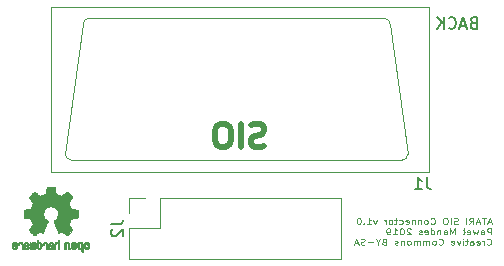
<source format=gbr>
G04 #@! TF.GenerationSoftware,KiCad,Pcbnew,(5.1.4)-1*
G04 #@! TF.CreationDate,2019-10-27T01:38:00+02:00*
G04 #@! TF.ProjectId,SIOSocket,53494f53-6f63-46b6-9574-2e6b69636164,rev?*
G04 #@! TF.SameCoordinates,Original*
G04 #@! TF.FileFunction,Legend,Bot*
G04 #@! TF.FilePolarity,Positive*
%FSLAX46Y46*%
G04 Gerber Fmt 4.6, Leading zero omitted, Abs format (unit mm)*
G04 Created by KiCad (PCBNEW (5.1.4)-1) date 2019-10-27 01:38:00*
%MOMM*%
%LPD*%
G04 APERTURE LIST*
%ADD10C,0.125000*%
%ADD11C,0.120000*%
%ADD12C,0.010000*%
%ADD13C,0.150000*%
%ADD14C,0.500000*%
G04 APERTURE END LIST*
D10*
X169304464Y-99270833D02*
X169018750Y-99270833D01*
X169361607Y-99413690D02*
X169161607Y-98913690D01*
X168961607Y-99413690D01*
X168847321Y-98913690D02*
X168504464Y-98913690D01*
X168675892Y-99413690D02*
X168675892Y-98913690D01*
X168333035Y-99270833D02*
X168047321Y-99270833D01*
X168390178Y-99413690D02*
X168190178Y-98913690D01*
X167990178Y-99413690D01*
X167447321Y-99413690D02*
X167647321Y-99175595D01*
X167790178Y-99413690D02*
X167790178Y-98913690D01*
X167561607Y-98913690D01*
X167504464Y-98937500D01*
X167475892Y-98961309D01*
X167447321Y-99008928D01*
X167447321Y-99080357D01*
X167475892Y-99127976D01*
X167504464Y-99151785D01*
X167561607Y-99175595D01*
X167790178Y-99175595D01*
X167190178Y-99413690D02*
X167190178Y-98913690D01*
X166475892Y-99389880D02*
X166390178Y-99413690D01*
X166247321Y-99413690D01*
X166190178Y-99389880D01*
X166161607Y-99366071D01*
X166133035Y-99318452D01*
X166133035Y-99270833D01*
X166161607Y-99223214D01*
X166190178Y-99199404D01*
X166247321Y-99175595D01*
X166361607Y-99151785D01*
X166418750Y-99127976D01*
X166447321Y-99104166D01*
X166475892Y-99056547D01*
X166475892Y-99008928D01*
X166447321Y-98961309D01*
X166418750Y-98937500D01*
X166361607Y-98913690D01*
X166218750Y-98913690D01*
X166133035Y-98937500D01*
X165875892Y-99413690D02*
X165875892Y-98913690D01*
X165475892Y-98913690D02*
X165361607Y-98913690D01*
X165304464Y-98937500D01*
X165247321Y-98985119D01*
X165218750Y-99080357D01*
X165218750Y-99247023D01*
X165247321Y-99342261D01*
X165304464Y-99389880D01*
X165361607Y-99413690D01*
X165475892Y-99413690D01*
X165533035Y-99389880D01*
X165590178Y-99342261D01*
X165618750Y-99247023D01*
X165618750Y-99080357D01*
X165590178Y-98985119D01*
X165533035Y-98937500D01*
X165475892Y-98913690D01*
X164161607Y-99366071D02*
X164190178Y-99389880D01*
X164275892Y-99413690D01*
X164333035Y-99413690D01*
X164418750Y-99389880D01*
X164475892Y-99342261D01*
X164504464Y-99294642D01*
X164533035Y-99199404D01*
X164533035Y-99127976D01*
X164504464Y-99032738D01*
X164475892Y-98985119D01*
X164418750Y-98937500D01*
X164333035Y-98913690D01*
X164275892Y-98913690D01*
X164190178Y-98937500D01*
X164161607Y-98961309D01*
X163818750Y-99413690D02*
X163875892Y-99389880D01*
X163904464Y-99366071D01*
X163933035Y-99318452D01*
X163933035Y-99175595D01*
X163904464Y-99127976D01*
X163875892Y-99104166D01*
X163818750Y-99080357D01*
X163733035Y-99080357D01*
X163675892Y-99104166D01*
X163647321Y-99127976D01*
X163618750Y-99175595D01*
X163618750Y-99318452D01*
X163647321Y-99366071D01*
X163675892Y-99389880D01*
X163733035Y-99413690D01*
X163818750Y-99413690D01*
X163361607Y-99080357D02*
X163361607Y-99413690D01*
X163361607Y-99127976D02*
X163333035Y-99104166D01*
X163275892Y-99080357D01*
X163190178Y-99080357D01*
X163133035Y-99104166D01*
X163104464Y-99151785D01*
X163104464Y-99413690D01*
X162818750Y-99080357D02*
X162818750Y-99413690D01*
X162818750Y-99127976D02*
X162790178Y-99104166D01*
X162733035Y-99080357D01*
X162647321Y-99080357D01*
X162590178Y-99104166D01*
X162561607Y-99151785D01*
X162561607Y-99413690D01*
X162047321Y-99389880D02*
X162104464Y-99413690D01*
X162218750Y-99413690D01*
X162275892Y-99389880D01*
X162304464Y-99342261D01*
X162304464Y-99151785D01*
X162275892Y-99104166D01*
X162218750Y-99080357D01*
X162104464Y-99080357D01*
X162047321Y-99104166D01*
X162018750Y-99151785D01*
X162018750Y-99199404D01*
X162304464Y-99247023D01*
X161504464Y-99389880D02*
X161561607Y-99413690D01*
X161675892Y-99413690D01*
X161733035Y-99389880D01*
X161761607Y-99366071D01*
X161790178Y-99318452D01*
X161790178Y-99175595D01*
X161761607Y-99127976D01*
X161733035Y-99104166D01*
X161675892Y-99080357D01*
X161561607Y-99080357D01*
X161504464Y-99104166D01*
X161333035Y-99080357D02*
X161104464Y-99080357D01*
X161247321Y-98913690D02*
X161247321Y-99342261D01*
X161218750Y-99389880D01*
X161161607Y-99413690D01*
X161104464Y-99413690D01*
X160818750Y-99413690D02*
X160875892Y-99389880D01*
X160904464Y-99366071D01*
X160933035Y-99318452D01*
X160933035Y-99175595D01*
X160904464Y-99127976D01*
X160875892Y-99104166D01*
X160818750Y-99080357D01*
X160733035Y-99080357D01*
X160675892Y-99104166D01*
X160647321Y-99127976D01*
X160618750Y-99175595D01*
X160618750Y-99318452D01*
X160647321Y-99366071D01*
X160675892Y-99389880D01*
X160733035Y-99413690D01*
X160818750Y-99413690D01*
X160361607Y-99413690D02*
X160361607Y-99080357D01*
X160361607Y-99175595D02*
X160333035Y-99127976D01*
X160304464Y-99104166D01*
X160247321Y-99080357D01*
X160190178Y-99080357D01*
X159590178Y-99080357D02*
X159447321Y-99413690D01*
X159304464Y-99080357D01*
X158761607Y-99413690D02*
X159104464Y-99413690D01*
X158933035Y-99413690D02*
X158933035Y-98913690D01*
X158990178Y-98985119D01*
X159047321Y-99032738D01*
X159104464Y-99056547D01*
X158504464Y-99366071D02*
X158475892Y-99389880D01*
X158504464Y-99413690D01*
X158533035Y-99389880D01*
X158504464Y-99366071D01*
X158504464Y-99413690D01*
X158104464Y-98913690D02*
X158047321Y-98913690D01*
X157990178Y-98937500D01*
X157961607Y-98961309D01*
X157933035Y-99008928D01*
X157904464Y-99104166D01*
X157904464Y-99223214D01*
X157933035Y-99318452D01*
X157961607Y-99366071D01*
X157990178Y-99389880D01*
X158047321Y-99413690D01*
X158104464Y-99413690D01*
X158161607Y-99389880D01*
X158190178Y-99366071D01*
X158218750Y-99318452D01*
X158247321Y-99223214D01*
X158247321Y-99104166D01*
X158218750Y-99008928D01*
X158190178Y-98961309D01*
X158161607Y-98937500D01*
X158104464Y-98913690D01*
X169275892Y-100288690D02*
X169275892Y-99788690D01*
X169047321Y-99788690D01*
X168990178Y-99812500D01*
X168961607Y-99836309D01*
X168933035Y-99883928D01*
X168933035Y-99955357D01*
X168961607Y-100002976D01*
X168990178Y-100026785D01*
X169047321Y-100050595D01*
X169275892Y-100050595D01*
X168418750Y-100288690D02*
X168418750Y-100026785D01*
X168447321Y-99979166D01*
X168504464Y-99955357D01*
X168618750Y-99955357D01*
X168675892Y-99979166D01*
X168418750Y-100264880D02*
X168475892Y-100288690D01*
X168618750Y-100288690D01*
X168675892Y-100264880D01*
X168704464Y-100217261D01*
X168704464Y-100169642D01*
X168675892Y-100122023D01*
X168618750Y-100098214D01*
X168475892Y-100098214D01*
X168418750Y-100074404D01*
X168190178Y-99955357D02*
X168075892Y-100288690D01*
X167961607Y-100050595D01*
X167847321Y-100288690D01*
X167733035Y-99955357D01*
X167275892Y-100264880D02*
X167333035Y-100288690D01*
X167447321Y-100288690D01*
X167504464Y-100264880D01*
X167533035Y-100217261D01*
X167533035Y-100026785D01*
X167504464Y-99979166D01*
X167447321Y-99955357D01*
X167333035Y-99955357D01*
X167275892Y-99979166D01*
X167247321Y-100026785D01*
X167247321Y-100074404D01*
X167533035Y-100122023D01*
X166904464Y-100288690D02*
X166961607Y-100264880D01*
X166990178Y-100217261D01*
X166990178Y-99788690D01*
X167075892Y-100050595D02*
X166904464Y-99955357D01*
X166218750Y-100288690D02*
X166218750Y-99788690D01*
X166018750Y-100145833D01*
X165818750Y-99788690D01*
X165818750Y-100288690D01*
X165275892Y-100288690D02*
X165275892Y-100026785D01*
X165304464Y-99979166D01*
X165361607Y-99955357D01*
X165475892Y-99955357D01*
X165533035Y-99979166D01*
X165275892Y-100264880D02*
X165333035Y-100288690D01*
X165475892Y-100288690D01*
X165533035Y-100264880D01*
X165561607Y-100217261D01*
X165561607Y-100169642D01*
X165533035Y-100122023D01*
X165475892Y-100098214D01*
X165333035Y-100098214D01*
X165275892Y-100074404D01*
X164990178Y-99955357D02*
X164990178Y-100288690D01*
X164990178Y-100002976D02*
X164961607Y-99979166D01*
X164904464Y-99955357D01*
X164818750Y-99955357D01*
X164761607Y-99979166D01*
X164733035Y-100026785D01*
X164733035Y-100288690D01*
X164190178Y-100288690D02*
X164190178Y-99788690D01*
X164190178Y-100264880D02*
X164247321Y-100288690D01*
X164361607Y-100288690D01*
X164418750Y-100264880D01*
X164447321Y-100241071D01*
X164475892Y-100193452D01*
X164475892Y-100050595D01*
X164447321Y-100002976D01*
X164418750Y-99979166D01*
X164361607Y-99955357D01*
X164247321Y-99955357D01*
X164190178Y-99979166D01*
X163675892Y-100264880D02*
X163733035Y-100288690D01*
X163847321Y-100288690D01*
X163904464Y-100264880D01*
X163933035Y-100217261D01*
X163933035Y-100026785D01*
X163904464Y-99979166D01*
X163847321Y-99955357D01*
X163733035Y-99955357D01*
X163675892Y-99979166D01*
X163647321Y-100026785D01*
X163647321Y-100074404D01*
X163933035Y-100122023D01*
X163418750Y-100264880D02*
X163361607Y-100288690D01*
X163247321Y-100288690D01*
X163190178Y-100264880D01*
X163161607Y-100217261D01*
X163161607Y-100193452D01*
X163190178Y-100145833D01*
X163247321Y-100122023D01*
X163333035Y-100122023D01*
X163390178Y-100098214D01*
X163418750Y-100050595D01*
X163418750Y-100026785D01*
X163390178Y-99979166D01*
X163333035Y-99955357D01*
X163247321Y-99955357D01*
X163190178Y-99979166D01*
X162475892Y-99836309D02*
X162447321Y-99812500D01*
X162390178Y-99788690D01*
X162247321Y-99788690D01*
X162190178Y-99812500D01*
X162161607Y-99836309D01*
X162133035Y-99883928D01*
X162133035Y-99931547D01*
X162161607Y-100002976D01*
X162504464Y-100288690D01*
X162133035Y-100288690D01*
X161761607Y-99788690D02*
X161704464Y-99788690D01*
X161647321Y-99812500D01*
X161618750Y-99836309D01*
X161590178Y-99883928D01*
X161561607Y-99979166D01*
X161561607Y-100098214D01*
X161590178Y-100193452D01*
X161618750Y-100241071D01*
X161647321Y-100264880D01*
X161704464Y-100288690D01*
X161761607Y-100288690D01*
X161818750Y-100264880D01*
X161847321Y-100241071D01*
X161875892Y-100193452D01*
X161904464Y-100098214D01*
X161904464Y-99979166D01*
X161875892Y-99883928D01*
X161847321Y-99836309D01*
X161818750Y-99812500D01*
X161761607Y-99788690D01*
X160990178Y-100288690D02*
X161333035Y-100288690D01*
X161161607Y-100288690D02*
X161161607Y-99788690D01*
X161218750Y-99860119D01*
X161275892Y-99907738D01*
X161333035Y-99931547D01*
X160704464Y-100288690D02*
X160590178Y-100288690D01*
X160533035Y-100264880D01*
X160504464Y-100241071D01*
X160447321Y-100169642D01*
X160418750Y-100074404D01*
X160418750Y-99883928D01*
X160447321Y-99836309D01*
X160475892Y-99812500D01*
X160533035Y-99788690D01*
X160647321Y-99788690D01*
X160704464Y-99812500D01*
X160733035Y-99836309D01*
X160761607Y-99883928D01*
X160761607Y-100002976D01*
X160733035Y-100050595D01*
X160704464Y-100074404D01*
X160647321Y-100098214D01*
X160533035Y-100098214D01*
X160475892Y-100074404D01*
X160447321Y-100050595D01*
X160418750Y-100002976D01*
X168933035Y-101116071D02*
X168961607Y-101139880D01*
X169047321Y-101163690D01*
X169104464Y-101163690D01*
X169190178Y-101139880D01*
X169247321Y-101092261D01*
X169275892Y-101044642D01*
X169304464Y-100949404D01*
X169304464Y-100877976D01*
X169275892Y-100782738D01*
X169247321Y-100735119D01*
X169190178Y-100687500D01*
X169104464Y-100663690D01*
X169047321Y-100663690D01*
X168961607Y-100687500D01*
X168933035Y-100711309D01*
X168675892Y-101163690D02*
X168675892Y-100830357D01*
X168675892Y-100925595D02*
X168647321Y-100877976D01*
X168618750Y-100854166D01*
X168561607Y-100830357D01*
X168504464Y-100830357D01*
X168075892Y-101139880D02*
X168133035Y-101163690D01*
X168247321Y-101163690D01*
X168304464Y-101139880D01*
X168333035Y-101092261D01*
X168333035Y-100901785D01*
X168304464Y-100854166D01*
X168247321Y-100830357D01*
X168133035Y-100830357D01*
X168075892Y-100854166D01*
X168047321Y-100901785D01*
X168047321Y-100949404D01*
X168333035Y-100997023D01*
X167533035Y-101163690D02*
X167533035Y-100901785D01*
X167561607Y-100854166D01*
X167618750Y-100830357D01*
X167733035Y-100830357D01*
X167790178Y-100854166D01*
X167533035Y-101139880D02*
X167590178Y-101163690D01*
X167733035Y-101163690D01*
X167790178Y-101139880D01*
X167818750Y-101092261D01*
X167818750Y-101044642D01*
X167790178Y-100997023D01*
X167733035Y-100973214D01*
X167590178Y-100973214D01*
X167533035Y-100949404D01*
X167333035Y-100830357D02*
X167104464Y-100830357D01*
X167247321Y-100663690D02*
X167247321Y-101092261D01*
X167218750Y-101139880D01*
X167161607Y-101163690D01*
X167104464Y-101163690D01*
X166904464Y-101163690D02*
X166904464Y-100830357D01*
X166904464Y-100663690D02*
X166933035Y-100687500D01*
X166904464Y-100711309D01*
X166875892Y-100687500D01*
X166904464Y-100663690D01*
X166904464Y-100711309D01*
X166675892Y-100830357D02*
X166533035Y-101163690D01*
X166390178Y-100830357D01*
X165933035Y-101139880D02*
X165990178Y-101163690D01*
X166104464Y-101163690D01*
X166161607Y-101139880D01*
X166190178Y-101092261D01*
X166190178Y-100901785D01*
X166161607Y-100854166D01*
X166104464Y-100830357D01*
X165990178Y-100830357D01*
X165933035Y-100854166D01*
X165904464Y-100901785D01*
X165904464Y-100949404D01*
X166190178Y-100997023D01*
X164847321Y-101116071D02*
X164875892Y-101139880D01*
X164961607Y-101163690D01*
X165018750Y-101163690D01*
X165104464Y-101139880D01*
X165161607Y-101092261D01*
X165190178Y-101044642D01*
X165218750Y-100949404D01*
X165218750Y-100877976D01*
X165190178Y-100782738D01*
X165161607Y-100735119D01*
X165104464Y-100687500D01*
X165018750Y-100663690D01*
X164961607Y-100663690D01*
X164875892Y-100687500D01*
X164847321Y-100711309D01*
X164504464Y-101163690D02*
X164561607Y-101139880D01*
X164590178Y-101116071D01*
X164618750Y-101068452D01*
X164618750Y-100925595D01*
X164590178Y-100877976D01*
X164561607Y-100854166D01*
X164504464Y-100830357D01*
X164418750Y-100830357D01*
X164361607Y-100854166D01*
X164333035Y-100877976D01*
X164304464Y-100925595D01*
X164304464Y-101068452D01*
X164333035Y-101116071D01*
X164361607Y-101139880D01*
X164418750Y-101163690D01*
X164504464Y-101163690D01*
X164047321Y-101163690D02*
X164047321Y-100830357D01*
X164047321Y-100877976D02*
X164018750Y-100854166D01*
X163961607Y-100830357D01*
X163875892Y-100830357D01*
X163818750Y-100854166D01*
X163790178Y-100901785D01*
X163790178Y-101163690D01*
X163790178Y-100901785D02*
X163761607Y-100854166D01*
X163704464Y-100830357D01*
X163618750Y-100830357D01*
X163561607Y-100854166D01*
X163533035Y-100901785D01*
X163533035Y-101163690D01*
X163247321Y-101163690D02*
X163247321Y-100830357D01*
X163247321Y-100877976D02*
X163218750Y-100854166D01*
X163161607Y-100830357D01*
X163075892Y-100830357D01*
X163018750Y-100854166D01*
X162990178Y-100901785D01*
X162990178Y-101163690D01*
X162990178Y-100901785D02*
X162961607Y-100854166D01*
X162904464Y-100830357D01*
X162818750Y-100830357D01*
X162761607Y-100854166D01*
X162733035Y-100901785D01*
X162733035Y-101163690D01*
X162361607Y-101163690D02*
X162418750Y-101139880D01*
X162447321Y-101116071D01*
X162475892Y-101068452D01*
X162475892Y-100925595D01*
X162447321Y-100877976D01*
X162418750Y-100854166D01*
X162361607Y-100830357D01*
X162275892Y-100830357D01*
X162218750Y-100854166D01*
X162190178Y-100877976D01*
X162161607Y-100925595D01*
X162161607Y-101068452D01*
X162190178Y-101116071D01*
X162218750Y-101139880D01*
X162275892Y-101163690D01*
X162361607Y-101163690D01*
X161904464Y-100830357D02*
X161904464Y-101163690D01*
X161904464Y-100877976D02*
X161875892Y-100854166D01*
X161818750Y-100830357D01*
X161733035Y-100830357D01*
X161675892Y-100854166D01*
X161647321Y-100901785D01*
X161647321Y-101163690D01*
X161390178Y-101139880D02*
X161333035Y-101163690D01*
X161218750Y-101163690D01*
X161161607Y-101139880D01*
X161133035Y-101092261D01*
X161133035Y-101068452D01*
X161161607Y-101020833D01*
X161218750Y-100997023D01*
X161304464Y-100997023D01*
X161361607Y-100973214D01*
X161390178Y-100925595D01*
X161390178Y-100901785D01*
X161361607Y-100854166D01*
X161304464Y-100830357D01*
X161218750Y-100830357D01*
X161161607Y-100854166D01*
X160218750Y-100901785D02*
X160133035Y-100925595D01*
X160104464Y-100949404D01*
X160075892Y-100997023D01*
X160075892Y-101068452D01*
X160104464Y-101116071D01*
X160133035Y-101139880D01*
X160190178Y-101163690D01*
X160418750Y-101163690D01*
X160418750Y-100663690D01*
X160218750Y-100663690D01*
X160161607Y-100687500D01*
X160133035Y-100711309D01*
X160104464Y-100758928D01*
X160104464Y-100806547D01*
X160133035Y-100854166D01*
X160161607Y-100877976D01*
X160218750Y-100901785D01*
X160418750Y-100901785D01*
X159704464Y-100925595D02*
X159704464Y-101163690D01*
X159904464Y-100663690D02*
X159704464Y-100925595D01*
X159504464Y-100663690D01*
X159304464Y-100973214D02*
X158847321Y-100973214D01*
X158590178Y-101139880D02*
X158504464Y-101163690D01*
X158361607Y-101163690D01*
X158304464Y-101139880D01*
X158275892Y-101116071D01*
X158247321Y-101068452D01*
X158247321Y-101020833D01*
X158275892Y-100973214D01*
X158304464Y-100949404D01*
X158361607Y-100925595D01*
X158475892Y-100901785D01*
X158533035Y-100877976D01*
X158561607Y-100854166D01*
X158590178Y-100806547D01*
X158590178Y-100758928D01*
X158561607Y-100711309D01*
X158533035Y-100687500D01*
X158475892Y-100663690D01*
X158333035Y-100663690D01*
X158247321Y-100687500D01*
X158018750Y-101020833D02*
X157733035Y-101020833D01*
X158075892Y-101163690D02*
X157875892Y-100663690D01*
X157675892Y-101163690D01*
D11*
X156570000Y-97170000D02*
X156570000Y-102370000D01*
X141270000Y-97170000D02*
X156570000Y-97170000D01*
X138670000Y-102370000D02*
X156570000Y-102370000D01*
X141270000Y-97170000D02*
X141270000Y-99770000D01*
X141270000Y-99770000D02*
X138670000Y-99770000D01*
X138670000Y-99770000D02*
X138670000Y-102370000D01*
X140000000Y-97170000D02*
X138670000Y-97170000D01*
X138670000Y-97170000D02*
X138670000Y-98500000D01*
D12*
G36*
X131896090Y-96242348D02*
G01*
X131817546Y-96242778D01*
X131760702Y-96243942D01*
X131721895Y-96246207D01*
X131697462Y-96249940D01*
X131683738Y-96255506D01*
X131677060Y-96263273D01*
X131673764Y-96273605D01*
X131673444Y-96274943D01*
X131668438Y-96299079D01*
X131659171Y-96346701D01*
X131646608Y-96412741D01*
X131631713Y-96492128D01*
X131615449Y-96579796D01*
X131614881Y-96582875D01*
X131598590Y-96668789D01*
X131583348Y-96744696D01*
X131570139Y-96806045D01*
X131559946Y-96848282D01*
X131553752Y-96866855D01*
X131553457Y-96867184D01*
X131535212Y-96876253D01*
X131497595Y-96891367D01*
X131448729Y-96909262D01*
X131448457Y-96909358D01*
X131386907Y-96932493D01*
X131314343Y-96961965D01*
X131245943Y-96991597D01*
X131242706Y-96993062D01*
X131131298Y-97043626D01*
X130884601Y-96875160D01*
X130808923Y-96823803D01*
X130740369Y-96777889D01*
X130682912Y-96740030D01*
X130640524Y-96712837D01*
X130617175Y-96698921D01*
X130614958Y-96697889D01*
X130597990Y-96702484D01*
X130566299Y-96724655D01*
X130518648Y-96765447D01*
X130453802Y-96825905D01*
X130387603Y-96890227D01*
X130323786Y-96953612D01*
X130266671Y-97011451D01*
X130219695Y-97060175D01*
X130186297Y-97096210D01*
X130169915Y-97115984D01*
X130169306Y-97117002D01*
X130167495Y-97130572D01*
X130174317Y-97152733D01*
X130191460Y-97186478D01*
X130220607Y-97234800D01*
X130263445Y-97300692D01*
X130320552Y-97385517D01*
X130371234Y-97460177D01*
X130416539Y-97527140D01*
X130453850Y-97582516D01*
X130480548Y-97622420D01*
X130494015Y-97642962D01*
X130494863Y-97644356D01*
X130493219Y-97664038D01*
X130480755Y-97702293D01*
X130459952Y-97751889D01*
X130452538Y-97767728D01*
X130420186Y-97838290D01*
X130385672Y-97918353D01*
X130357635Y-97987629D01*
X130337432Y-98039045D01*
X130321385Y-98078119D01*
X130312112Y-98098541D01*
X130310959Y-98100114D01*
X130293904Y-98102721D01*
X130253702Y-98109863D01*
X130195698Y-98120523D01*
X130125237Y-98133685D01*
X130047665Y-98148333D01*
X129968328Y-98163449D01*
X129892569Y-98178018D01*
X129825736Y-98191022D01*
X129773172Y-98201445D01*
X129740224Y-98208270D01*
X129732143Y-98210199D01*
X129723795Y-98214962D01*
X129717494Y-98225718D01*
X129712955Y-98246098D01*
X129709896Y-98279734D01*
X129708033Y-98330255D01*
X129707082Y-98401292D01*
X129706760Y-98496476D01*
X129706743Y-98535492D01*
X129706743Y-98852799D01*
X129782943Y-98867839D01*
X129825337Y-98875995D01*
X129888600Y-98887899D01*
X129965038Y-98902116D01*
X130046957Y-98917210D01*
X130069600Y-98921355D01*
X130145194Y-98936053D01*
X130211047Y-98950505D01*
X130261634Y-98963375D01*
X130291426Y-98973322D01*
X130296388Y-98976287D01*
X130308574Y-98997283D01*
X130326047Y-99037967D01*
X130345423Y-99090322D01*
X130349266Y-99101600D01*
X130374661Y-99171523D01*
X130406183Y-99250418D01*
X130437031Y-99321266D01*
X130437183Y-99321595D01*
X130488553Y-99432733D01*
X130319601Y-99681253D01*
X130150648Y-99929772D01*
X130367571Y-100147058D01*
X130433181Y-100211726D01*
X130493021Y-100268733D01*
X130543733Y-100315033D01*
X130581954Y-100347584D01*
X130604325Y-100363343D01*
X130607534Y-100364343D01*
X130626374Y-100356469D01*
X130664820Y-100334578D01*
X130718670Y-100301267D01*
X130783724Y-100259131D01*
X130854060Y-100211943D01*
X130925445Y-100163810D01*
X130989092Y-100121928D01*
X131040959Y-100088871D01*
X131077005Y-100067218D01*
X131093133Y-100059543D01*
X131112811Y-100066037D01*
X131150125Y-100083150D01*
X131197379Y-100107326D01*
X131202388Y-100110013D01*
X131266023Y-100141927D01*
X131309659Y-100157579D01*
X131336798Y-100157745D01*
X131350943Y-100143204D01*
X131351025Y-100143000D01*
X131358095Y-100125779D01*
X131374958Y-100084899D01*
X131400305Y-100023525D01*
X131432829Y-99944819D01*
X131471222Y-99851947D01*
X131514178Y-99748072D01*
X131555778Y-99647502D01*
X131601496Y-99536516D01*
X131643474Y-99433703D01*
X131680452Y-99342215D01*
X131711173Y-99265201D01*
X131734378Y-99205815D01*
X131748810Y-99167209D01*
X131753257Y-99152800D01*
X131742104Y-99136272D01*
X131712931Y-99109930D01*
X131674029Y-99080887D01*
X131563243Y-98989039D01*
X131476649Y-98883759D01*
X131415284Y-98767266D01*
X131380185Y-98641776D01*
X131372392Y-98509507D01*
X131378057Y-98448457D01*
X131408922Y-98321795D01*
X131462080Y-98209941D01*
X131534233Y-98114001D01*
X131622083Y-98035076D01*
X131722335Y-97974270D01*
X131831690Y-97932687D01*
X131946853Y-97911428D01*
X132064525Y-97911599D01*
X132181410Y-97934301D01*
X132294211Y-97980638D01*
X132399631Y-98051713D01*
X132443632Y-98091911D01*
X132528021Y-98195129D01*
X132586778Y-98307925D01*
X132620296Y-98427010D01*
X132628965Y-98549095D01*
X132613177Y-98670893D01*
X132573322Y-98789116D01*
X132509793Y-98900475D01*
X132422979Y-99001684D01*
X132325971Y-99080887D01*
X132285563Y-99111162D01*
X132257018Y-99137219D01*
X132246743Y-99152825D01*
X132252123Y-99169843D01*
X132267425Y-99210500D01*
X132291388Y-99271642D01*
X132322756Y-99350119D01*
X132360268Y-99442780D01*
X132402667Y-99546472D01*
X132444337Y-99647526D01*
X132490310Y-99758607D01*
X132532893Y-99861541D01*
X132570779Y-99953165D01*
X132602660Y-100030316D01*
X132627229Y-100089831D01*
X132643180Y-100128544D01*
X132649090Y-100143000D01*
X132663052Y-100157685D01*
X132690060Y-100157642D01*
X132733587Y-100142099D01*
X132797110Y-100110284D01*
X132797612Y-100110013D01*
X132845440Y-100085323D01*
X132884103Y-100067338D01*
X132905905Y-100059614D01*
X132906867Y-100059543D01*
X132923279Y-100067378D01*
X132959513Y-100089165D01*
X133011526Y-100122328D01*
X133075275Y-100164291D01*
X133145940Y-100211943D01*
X133217884Y-100260191D01*
X133282726Y-100302151D01*
X133336265Y-100335227D01*
X133374303Y-100356821D01*
X133392467Y-100364343D01*
X133409192Y-100354457D01*
X133442820Y-100326826D01*
X133489990Y-100284495D01*
X133547342Y-100230505D01*
X133611516Y-100167899D01*
X133632503Y-100146983D01*
X133849501Y-99929623D01*
X133684332Y-99687220D01*
X133634136Y-99612781D01*
X133590081Y-99545972D01*
X133554638Y-99490665D01*
X133530281Y-99450729D01*
X133519478Y-99430036D01*
X133519162Y-99428563D01*
X133524857Y-99409058D01*
X133540174Y-99369822D01*
X133562463Y-99317430D01*
X133578107Y-99282355D01*
X133607359Y-99215201D01*
X133634906Y-99147358D01*
X133656263Y-99090034D01*
X133662065Y-99072572D01*
X133678548Y-99025938D01*
X133694660Y-98989905D01*
X133703510Y-98976287D01*
X133723040Y-98967952D01*
X133765666Y-98956137D01*
X133825855Y-98942181D01*
X133898078Y-98927422D01*
X133930400Y-98921355D01*
X134012478Y-98906273D01*
X134091205Y-98891669D01*
X134158891Y-98878980D01*
X134207840Y-98869642D01*
X134217057Y-98867839D01*
X134293257Y-98852799D01*
X134293257Y-98535492D01*
X134293086Y-98431154D01*
X134292384Y-98352213D01*
X134290866Y-98295038D01*
X134288251Y-98255999D01*
X134284254Y-98231465D01*
X134278591Y-98217805D01*
X134270980Y-98211389D01*
X134267857Y-98210199D01*
X134249022Y-98205980D01*
X134207412Y-98197562D01*
X134148370Y-98185961D01*
X134077243Y-98172195D01*
X133999375Y-98157280D01*
X133920113Y-98142232D01*
X133844802Y-98128069D01*
X133778787Y-98115806D01*
X133727413Y-98106461D01*
X133696025Y-98101050D01*
X133689041Y-98100114D01*
X133682715Y-98087596D01*
X133668710Y-98054246D01*
X133649645Y-98006377D01*
X133642366Y-97987629D01*
X133613004Y-97915195D01*
X133578429Y-97835170D01*
X133547463Y-97767728D01*
X133524677Y-97716159D01*
X133509518Y-97673785D01*
X133504458Y-97647834D01*
X133505264Y-97644356D01*
X133515959Y-97627936D01*
X133540380Y-97591417D01*
X133575905Y-97538687D01*
X133619913Y-97473635D01*
X133669783Y-97400151D01*
X133679644Y-97385645D01*
X133737508Y-97299704D01*
X133780044Y-97234261D01*
X133808946Y-97186304D01*
X133825910Y-97152820D01*
X133832633Y-97130795D01*
X133830810Y-97117217D01*
X133830764Y-97117131D01*
X133816414Y-97099297D01*
X133784677Y-97064817D01*
X133738990Y-97017268D01*
X133682796Y-96960222D01*
X133619532Y-96897255D01*
X133612398Y-96890227D01*
X133532670Y-96813020D01*
X133471143Y-96756330D01*
X133426579Y-96719110D01*
X133397743Y-96700315D01*
X133385042Y-96697889D01*
X133366506Y-96708471D01*
X133328039Y-96732916D01*
X133273614Y-96768612D01*
X133207202Y-96812947D01*
X133132775Y-96863311D01*
X133115399Y-96875160D01*
X132868703Y-97043626D01*
X132757294Y-96993062D01*
X132689543Y-96963595D01*
X132616817Y-96933959D01*
X132554297Y-96910330D01*
X132551543Y-96909358D01*
X132502640Y-96891457D01*
X132464943Y-96876320D01*
X132446575Y-96867210D01*
X132446544Y-96867184D01*
X132440715Y-96850717D01*
X132430808Y-96810219D01*
X132417805Y-96750242D01*
X132402691Y-96675340D01*
X132386448Y-96590064D01*
X132385119Y-96582875D01*
X132368825Y-96495014D01*
X132353867Y-96415260D01*
X132341209Y-96348681D01*
X132331814Y-96300347D01*
X132326646Y-96275325D01*
X132326556Y-96274943D01*
X132323411Y-96264299D01*
X132317296Y-96256262D01*
X132304547Y-96250467D01*
X132281500Y-96246547D01*
X132244491Y-96244135D01*
X132189856Y-96242865D01*
X132113933Y-96242371D01*
X132013056Y-96242286D01*
X132000000Y-96242286D01*
X131896090Y-96242348D01*
X131896090Y-96242348D01*
G37*
X131896090Y-96242348D02*
X131817546Y-96242778D01*
X131760702Y-96243942D01*
X131721895Y-96246207D01*
X131697462Y-96249940D01*
X131683738Y-96255506D01*
X131677060Y-96263273D01*
X131673764Y-96273605D01*
X131673444Y-96274943D01*
X131668438Y-96299079D01*
X131659171Y-96346701D01*
X131646608Y-96412741D01*
X131631713Y-96492128D01*
X131615449Y-96579796D01*
X131614881Y-96582875D01*
X131598590Y-96668789D01*
X131583348Y-96744696D01*
X131570139Y-96806045D01*
X131559946Y-96848282D01*
X131553752Y-96866855D01*
X131553457Y-96867184D01*
X131535212Y-96876253D01*
X131497595Y-96891367D01*
X131448729Y-96909262D01*
X131448457Y-96909358D01*
X131386907Y-96932493D01*
X131314343Y-96961965D01*
X131245943Y-96991597D01*
X131242706Y-96993062D01*
X131131298Y-97043626D01*
X130884601Y-96875160D01*
X130808923Y-96823803D01*
X130740369Y-96777889D01*
X130682912Y-96740030D01*
X130640524Y-96712837D01*
X130617175Y-96698921D01*
X130614958Y-96697889D01*
X130597990Y-96702484D01*
X130566299Y-96724655D01*
X130518648Y-96765447D01*
X130453802Y-96825905D01*
X130387603Y-96890227D01*
X130323786Y-96953612D01*
X130266671Y-97011451D01*
X130219695Y-97060175D01*
X130186297Y-97096210D01*
X130169915Y-97115984D01*
X130169306Y-97117002D01*
X130167495Y-97130572D01*
X130174317Y-97152733D01*
X130191460Y-97186478D01*
X130220607Y-97234800D01*
X130263445Y-97300692D01*
X130320552Y-97385517D01*
X130371234Y-97460177D01*
X130416539Y-97527140D01*
X130453850Y-97582516D01*
X130480548Y-97622420D01*
X130494015Y-97642962D01*
X130494863Y-97644356D01*
X130493219Y-97664038D01*
X130480755Y-97702293D01*
X130459952Y-97751889D01*
X130452538Y-97767728D01*
X130420186Y-97838290D01*
X130385672Y-97918353D01*
X130357635Y-97987629D01*
X130337432Y-98039045D01*
X130321385Y-98078119D01*
X130312112Y-98098541D01*
X130310959Y-98100114D01*
X130293904Y-98102721D01*
X130253702Y-98109863D01*
X130195698Y-98120523D01*
X130125237Y-98133685D01*
X130047665Y-98148333D01*
X129968328Y-98163449D01*
X129892569Y-98178018D01*
X129825736Y-98191022D01*
X129773172Y-98201445D01*
X129740224Y-98208270D01*
X129732143Y-98210199D01*
X129723795Y-98214962D01*
X129717494Y-98225718D01*
X129712955Y-98246098D01*
X129709896Y-98279734D01*
X129708033Y-98330255D01*
X129707082Y-98401292D01*
X129706760Y-98496476D01*
X129706743Y-98535492D01*
X129706743Y-98852799D01*
X129782943Y-98867839D01*
X129825337Y-98875995D01*
X129888600Y-98887899D01*
X129965038Y-98902116D01*
X130046957Y-98917210D01*
X130069600Y-98921355D01*
X130145194Y-98936053D01*
X130211047Y-98950505D01*
X130261634Y-98963375D01*
X130291426Y-98973322D01*
X130296388Y-98976287D01*
X130308574Y-98997283D01*
X130326047Y-99037967D01*
X130345423Y-99090322D01*
X130349266Y-99101600D01*
X130374661Y-99171523D01*
X130406183Y-99250418D01*
X130437031Y-99321266D01*
X130437183Y-99321595D01*
X130488553Y-99432733D01*
X130319601Y-99681253D01*
X130150648Y-99929772D01*
X130367571Y-100147058D01*
X130433181Y-100211726D01*
X130493021Y-100268733D01*
X130543733Y-100315033D01*
X130581954Y-100347584D01*
X130604325Y-100363343D01*
X130607534Y-100364343D01*
X130626374Y-100356469D01*
X130664820Y-100334578D01*
X130718670Y-100301267D01*
X130783724Y-100259131D01*
X130854060Y-100211943D01*
X130925445Y-100163810D01*
X130989092Y-100121928D01*
X131040959Y-100088871D01*
X131077005Y-100067218D01*
X131093133Y-100059543D01*
X131112811Y-100066037D01*
X131150125Y-100083150D01*
X131197379Y-100107326D01*
X131202388Y-100110013D01*
X131266023Y-100141927D01*
X131309659Y-100157579D01*
X131336798Y-100157745D01*
X131350943Y-100143204D01*
X131351025Y-100143000D01*
X131358095Y-100125779D01*
X131374958Y-100084899D01*
X131400305Y-100023525D01*
X131432829Y-99944819D01*
X131471222Y-99851947D01*
X131514178Y-99748072D01*
X131555778Y-99647502D01*
X131601496Y-99536516D01*
X131643474Y-99433703D01*
X131680452Y-99342215D01*
X131711173Y-99265201D01*
X131734378Y-99205815D01*
X131748810Y-99167209D01*
X131753257Y-99152800D01*
X131742104Y-99136272D01*
X131712931Y-99109930D01*
X131674029Y-99080887D01*
X131563243Y-98989039D01*
X131476649Y-98883759D01*
X131415284Y-98767266D01*
X131380185Y-98641776D01*
X131372392Y-98509507D01*
X131378057Y-98448457D01*
X131408922Y-98321795D01*
X131462080Y-98209941D01*
X131534233Y-98114001D01*
X131622083Y-98035076D01*
X131722335Y-97974270D01*
X131831690Y-97932687D01*
X131946853Y-97911428D01*
X132064525Y-97911599D01*
X132181410Y-97934301D01*
X132294211Y-97980638D01*
X132399631Y-98051713D01*
X132443632Y-98091911D01*
X132528021Y-98195129D01*
X132586778Y-98307925D01*
X132620296Y-98427010D01*
X132628965Y-98549095D01*
X132613177Y-98670893D01*
X132573322Y-98789116D01*
X132509793Y-98900475D01*
X132422979Y-99001684D01*
X132325971Y-99080887D01*
X132285563Y-99111162D01*
X132257018Y-99137219D01*
X132246743Y-99152825D01*
X132252123Y-99169843D01*
X132267425Y-99210500D01*
X132291388Y-99271642D01*
X132322756Y-99350119D01*
X132360268Y-99442780D01*
X132402667Y-99546472D01*
X132444337Y-99647526D01*
X132490310Y-99758607D01*
X132532893Y-99861541D01*
X132570779Y-99953165D01*
X132602660Y-100030316D01*
X132627229Y-100089831D01*
X132643180Y-100128544D01*
X132649090Y-100143000D01*
X132663052Y-100157685D01*
X132690060Y-100157642D01*
X132733587Y-100142099D01*
X132797110Y-100110284D01*
X132797612Y-100110013D01*
X132845440Y-100085323D01*
X132884103Y-100067338D01*
X132905905Y-100059614D01*
X132906867Y-100059543D01*
X132923279Y-100067378D01*
X132959513Y-100089165D01*
X133011526Y-100122328D01*
X133075275Y-100164291D01*
X133145940Y-100211943D01*
X133217884Y-100260191D01*
X133282726Y-100302151D01*
X133336265Y-100335227D01*
X133374303Y-100356821D01*
X133392467Y-100364343D01*
X133409192Y-100354457D01*
X133442820Y-100326826D01*
X133489990Y-100284495D01*
X133547342Y-100230505D01*
X133611516Y-100167899D01*
X133632503Y-100146983D01*
X133849501Y-99929623D01*
X133684332Y-99687220D01*
X133634136Y-99612781D01*
X133590081Y-99545972D01*
X133554638Y-99490665D01*
X133530281Y-99450729D01*
X133519478Y-99430036D01*
X133519162Y-99428563D01*
X133524857Y-99409058D01*
X133540174Y-99369822D01*
X133562463Y-99317430D01*
X133578107Y-99282355D01*
X133607359Y-99215201D01*
X133634906Y-99147358D01*
X133656263Y-99090034D01*
X133662065Y-99072572D01*
X133678548Y-99025938D01*
X133694660Y-98989905D01*
X133703510Y-98976287D01*
X133723040Y-98967952D01*
X133765666Y-98956137D01*
X133825855Y-98942181D01*
X133898078Y-98927422D01*
X133930400Y-98921355D01*
X134012478Y-98906273D01*
X134091205Y-98891669D01*
X134158891Y-98878980D01*
X134207840Y-98869642D01*
X134217057Y-98867839D01*
X134293257Y-98852799D01*
X134293257Y-98535492D01*
X134293086Y-98431154D01*
X134292384Y-98352213D01*
X134290866Y-98295038D01*
X134288251Y-98255999D01*
X134284254Y-98231465D01*
X134278591Y-98217805D01*
X134270980Y-98211389D01*
X134267857Y-98210199D01*
X134249022Y-98205980D01*
X134207412Y-98197562D01*
X134148370Y-98185961D01*
X134077243Y-98172195D01*
X133999375Y-98157280D01*
X133920113Y-98142232D01*
X133844802Y-98128069D01*
X133778787Y-98115806D01*
X133727413Y-98106461D01*
X133696025Y-98101050D01*
X133689041Y-98100114D01*
X133682715Y-98087596D01*
X133668710Y-98054246D01*
X133649645Y-98006377D01*
X133642366Y-97987629D01*
X133613004Y-97915195D01*
X133578429Y-97835170D01*
X133547463Y-97767728D01*
X133524677Y-97716159D01*
X133509518Y-97673785D01*
X133504458Y-97647834D01*
X133505264Y-97644356D01*
X133515959Y-97627936D01*
X133540380Y-97591417D01*
X133575905Y-97538687D01*
X133619913Y-97473635D01*
X133669783Y-97400151D01*
X133679644Y-97385645D01*
X133737508Y-97299704D01*
X133780044Y-97234261D01*
X133808946Y-97186304D01*
X133825910Y-97152820D01*
X133832633Y-97130795D01*
X133830810Y-97117217D01*
X133830764Y-97117131D01*
X133816414Y-97099297D01*
X133784677Y-97064817D01*
X133738990Y-97017268D01*
X133682796Y-96960222D01*
X133619532Y-96897255D01*
X133612398Y-96890227D01*
X133532670Y-96813020D01*
X133471143Y-96756330D01*
X133426579Y-96719110D01*
X133397743Y-96700315D01*
X133385042Y-96697889D01*
X133366506Y-96708471D01*
X133328039Y-96732916D01*
X133273614Y-96768612D01*
X133207202Y-96812947D01*
X133132775Y-96863311D01*
X133115399Y-96875160D01*
X132868703Y-97043626D01*
X132757294Y-96993062D01*
X132689543Y-96963595D01*
X132616817Y-96933959D01*
X132554297Y-96910330D01*
X132551543Y-96909358D01*
X132502640Y-96891457D01*
X132464943Y-96876320D01*
X132446575Y-96867210D01*
X132446544Y-96867184D01*
X132440715Y-96850717D01*
X132430808Y-96810219D01*
X132417805Y-96750242D01*
X132402691Y-96675340D01*
X132386448Y-96590064D01*
X132385119Y-96582875D01*
X132368825Y-96495014D01*
X132353867Y-96415260D01*
X132341209Y-96348681D01*
X132331814Y-96300347D01*
X132326646Y-96275325D01*
X132326556Y-96274943D01*
X132323411Y-96264299D01*
X132317296Y-96256262D01*
X132304547Y-96250467D01*
X132281500Y-96246547D01*
X132244491Y-96244135D01*
X132189856Y-96242865D01*
X132113933Y-96242371D01*
X132013056Y-96242286D01*
X132000000Y-96242286D01*
X131896090Y-96242348D01*
G36*
X128846405Y-100966966D02*
G01*
X128788979Y-101004497D01*
X128761281Y-101038096D01*
X128739338Y-101099064D01*
X128737595Y-101147308D01*
X128741543Y-101211816D01*
X128890314Y-101276934D01*
X128962651Y-101310202D01*
X129009916Y-101336964D01*
X129034493Y-101360144D01*
X129038763Y-101382667D01*
X129025111Y-101407455D01*
X129010057Y-101423886D01*
X128966254Y-101450235D01*
X128918611Y-101452081D01*
X128874855Y-101431546D01*
X128842711Y-101390752D01*
X128836962Y-101376347D01*
X128809424Y-101331356D01*
X128777742Y-101312182D01*
X128734286Y-101295779D01*
X128734286Y-101357966D01*
X128738128Y-101400283D01*
X128753177Y-101435969D01*
X128784720Y-101476943D01*
X128789408Y-101482267D01*
X128824494Y-101518720D01*
X128854653Y-101538283D01*
X128892385Y-101547283D01*
X128923665Y-101550230D01*
X128979615Y-101550965D01*
X129019445Y-101541660D01*
X129044292Y-101527846D01*
X129083344Y-101497467D01*
X129110375Y-101464613D01*
X129127483Y-101423294D01*
X129136762Y-101367521D01*
X129140307Y-101291305D01*
X129140590Y-101252622D01*
X129139628Y-101206247D01*
X129051993Y-101206247D01*
X129050977Y-101231126D01*
X129048444Y-101235200D01*
X129031726Y-101229665D01*
X128995751Y-101215017D01*
X128947669Y-101194190D01*
X128937614Y-101189714D01*
X128876848Y-101158814D01*
X128843368Y-101131657D01*
X128836010Y-101106220D01*
X128853609Y-101080481D01*
X128868144Y-101069109D01*
X128920590Y-101046364D01*
X128969678Y-101050122D01*
X129010773Y-101077884D01*
X129039242Y-101127152D01*
X129048369Y-101166257D01*
X129051993Y-101206247D01*
X129139628Y-101206247D01*
X129138715Y-101162249D01*
X129131804Y-101095384D01*
X129118116Y-101046695D01*
X129095904Y-101010849D01*
X129063426Y-100982513D01*
X129049267Y-100973355D01*
X128984947Y-100949507D01*
X128914527Y-100948006D01*
X128846405Y-100966966D01*
X128846405Y-100966966D01*
G37*
X128846405Y-100966966D02*
X128788979Y-101004497D01*
X128761281Y-101038096D01*
X128739338Y-101099064D01*
X128737595Y-101147308D01*
X128741543Y-101211816D01*
X128890314Y-101276934D01*
X128962651Y-101310202D01*
X129009916Y-101336964D01*
X129034493Y-101360144D01*
X129038763Y-101382667D01*
X129025111Y-101407455D01*
X129010057Y-101423886D01*
X128966254Y-101450235D01*
X128918611Y-101452081D01*
X128874855Y-101431546D01*
X128842711Y-101390752D01*
X128836962Y-101376347D01*
X128809424Y-101331356D01*
X128777742Y-101312182D01*
X128734286Y-101295779D01*
X128734286Y-101357966D01*
X128738128Y-101400283D01*
X128753177Y-101435969D01*
X128784720Y-101476943D01*
X128789408Y-101482267D01*
X128824494Y-101518720D01*
X128854653Y-101538283D01*
X128892385Y-101547283D01*
X128923665Y-101550230D01*
X128979615Y-101550965D01*
X129019445Y-101541660D01*
X129044292Y-101527846D01*
X129083344Y-101497467D01*
X129110375Y-101464613D01*
X129127483Y-101423294D01*
X129136762Y-101367521D01*
X129140307Y-101291305D01*
X129140590Y-101252622D01*
X129139628Y-101206247D01*
X129051993Y-101206247D01*
X129050977Y-101231126D01*
X129048444Y-101235200D01*
X129031726Y-101229665D01*
X128995751Y-101215017D01*
X128947669Y-101194190D01*
X128937614Y-101189714D01*
X128876848Y-101158814D01*
X128843368Y-101131657D01*
X128836010Y-101106220D01*
X128853609Y-101080481D01*
X128868144Y-101069109D01*
X128920590Y-101046364D01*
X128969678Y-101050122D01*
X129010773Y-101077884D01*
X129039242Y-101127152D01*
X129048369Y-101166257D01*
X129051993Y-101206247D01*
X129139628Y-101206247D01*
X129138715Y-101162249D01*
X129131804Y-101095384D01*
X129118116Y-101046695D01*
X129095904Y-101010849D01*
X129063426Y-100982513D01*
X129049267Y-100973355D01*
X128984947Y-100949507D01*
X128914527Y-100948006D01*
X128846405Y-100966966D01*
G36*
X129347400Y-100958752D02*
G01*
X129330052Y-100966334D01*
X129288644Y-100999128D01*
X129253235Y-101046547D01*
X129231336Y-101097151D01*
X129227771Y-101122098D01*
X129239721Y-101156927D01*
X129265933Y-101175357D01*
X129294036Y-101186516D01*
X129306905Y-101188572D01*
X129313171Y-101173649D01*
X129325544Y-101141175D01*
X129330972Y-101126502D01*
X129361410Y-101075744D01*
X129405480Y-101050427D01*
X129461990Y-101051206D01*
X129466175Y-101052203D01*
X129496345Y-101066507D01*
X129518524Y-101094393D01*
X129533673Y-101139287D01*
X129542750Y-101204615D01*
X129546714Y-101293804D01*
X129547086Y-101341261D01*
X129547270Y-101416071D01*
X129548478Y-101467069D01*
X129551691Y-101499471D01*
X129557891Y-101518495D01*
X129568060Y-101529356D01*
X129583181Y-101537272D01*
X129584054Y-101537670D01*
X129613172Y-101549981D01*
X129627597Y-101554514D01*
X129629814Y-101540809D01*
X129631711Y-101502925D01*
X129633153Y-101445715D01*
X129634002Y-101374027D01*
X129634171Y-101321565D01*
X129633308Y-101220047D01*
X129629930Y-101143032D01*
X129622858Y-101086023D01*
X129610912Y-101044526D01*
X129592910Y-101014043D01*
X129567673Y-100990080D01*
X129542753Y-100973355D01*
X129482829Y-100951097D01*
X129413089Y-100946076D01*
X129347400Y-100958752D01*
X129347400Y-100958752D01*
G37*
X129347400Y-100958752D02*
X129330052Y-100966334D01*
X129288644Y-100999128D01*
X129253235Y-101046547D01*
X129231336Y-101097151D01*
X129227771Y-101122098D01*
X129239721Y-101156927D01*
X129265933Y-101175357D01*
X129294036Y-101186516D01*
X129306905Y-101188572D01*
X129313171Y-101173649D01*
X129325544Y-101141175D01*
X129330972Y-101126502D01*
X129361410Y-101075744D01*
X129405480Y-101050427D01*
X129461990Y-101051206D01*
X129466175Y-101052203D01*
X129496345Y-101066507D01*
X129518524Y-101094393D01*
X129533673Y-101139287D01*
X129542750Y-101204615D01*
X129546714Y-101293804D01*
X129547086Y-101341261D01*
X129547270Y-101416071D01*
X129548478Y-101467069D01*
X129551691Y-101499471D01*
X129557891Y-101518495D01*
X129568060Y-101529356D01*
X129583181Y-101537272D01*
X129584054Y-101537670D01*
X129613172Y-101549981D01*
X129627597Y-101554514D01*
X129629814Y-101540809D01*
X129631711Y-101502925D01*
X129633153Y-101445715D01*
X129634002Y-101374027D01*
X129634171Y-101321565D01*
X129633308Y-101220047D01*
X129629930Y-101143032D01*
X129622858Y-101086023D01*
X129610912Y-101044526D01*
X129592910Y-101014043D01*
X129567673Y-100990080D01*
X129542753Y-100973355D01*
X129482829Y-100951097D01*
X129413089Y-100946076D01*
X129347400Y-100958752D01*
G36*
X129855124Y-100956335D02*
G01*
X129813333Y-100975344D01*
X129780531Y-100998378D01*
X129756497Y-101024133D01*
X129739903Y-101057358D01*
X129729423Y-101102800D01*
X129723729Y-101165207D01*
X129721493Y-101249327D01*
X129721257Y-101304721D01*
X129721257Y-101520826D01*
X129758226Y-101537670D01*
X129787344Y-101549981D01*
X129801769Y-101554514D01*
X129804528Y-101541025D01*
X129806718Y-101504653D01*
X129808058Y-101451542D01*
X129808343Y-101409372D01*
X129809566Y-101348447D01*
X129812864Y-101300115D01*
X129817679Y-101270518D01*
X129821504Y-101264229D01*
X129847217Y-101270652D01*
X129887582Y-101287125D01*
X129934321Y-101309458D01*
X129979155Y-101333457D01*
X130013807Y-101354930D01*
X130029998Y-101369685D01*
X130030062Y-101369845D01*
X130028670Y-101397152D01*
X130016182Y-101423219D01*
X129994257Y-101444392D01*
X129962257Y-101451474D01*
X129934908Y-101450649D01*
X129896174Y-101450042D01*
X129875842Y-101459116D01*
X129863631Y-101483092D01*
X129862091Y-101487613D01*
X129856797Y-101521806D01*
X129870953Y-101542568D01*
X129907852Y-101552462D01*
X129947711Y-101554292D01*
X130019438Y-101540727D01*
X130056568Y-101521355D01*
X130102424Y-101475845D01*
X130126744Y-101419983D01*
X130128927Y-101360957D01*
X130108371Y-101305953D01*
X130077451Y-101271486D01*
X130046580Y-101252189D01*
X129998058Y-101227759D01*
X129941515Y-101202985D01*
X129932090Y-101199199D01*
X129869981Y-101171791D01*
X129834178Y-101147634D01*
X129822663Y-101123619D01*
X129833420Y-101096635D01*
X129851886Y-101075543D01*
X129895531Y-101049572D01*
X129943554Y-101047624D01*
X129987594Y-101067637D01*
X130019291Y-101107551D01*
X130023451Y-101117848D01*
X130047673Y-101155724D01*
X130083035Y-101183842D01*
X130127657Y-101206917D01*
X130127657Y-101141485D01*
X130125031Y-101101506D01*
X130113770Y-101069997D01*
X130088801Y-101036378D01*
X130064831Y-101010484D01*
X130027559Y-100973817D01*
X129998599Y-100954121D01*
X129967495Y-100946220D01*
X129932287Y-100944914D01*
X129855124Y-100956335D01*
X129855124Y-100956335D01*
G37*
X129855124Y-100956335D02*
X129813333Y-100975344D01*
X129780531Y-100998378D01*
X129756497Y-101024133D01*
X129739903Y-101057358D01*
X129729423Y-101102800D01*
X129723729Y-101165207D01*
X129721493Y-101249327D01*
X129721257Y-101304721D01*
X129721257Y-101520826D01*
X129758226Y-101537670D01*
X129787344Y-101549981D01*
X129801769Y-101554514D01*
X129804528Y-101541025D01*
X129806718Y-101504653D01*
X129808058Y-101451542D01*
X129808343Y-101409372D01*
X129809566Y-101348447D01*
X129812864Y-101300115D01*
X129817679Y-101270518D01*
X129821504Y-101264229D01*
X129847217Y-101270652D01*
X129887582Y-101287125D01*
X129934321Y-101309458D01*
X129979155Y-101333457D01*
X130013807Y-101354930D01*
X130029998Y-101369685D01*
X130030062Y-101369845D01*
X130028670Y-101397152D01*
X130016182Y-101423219D01*
X129994257Y-101444392D01*
X129962257Y-101451474D01*
X129934908Y-101450649D01*
X129896174Y-101450042D01*
X129875842Y-101459116D01*
X129863631Y-101483092D01*
X129862091Y-101487613D01*
X129856797Y-101521806D01*
X129870953Y-101542568D01*
X129907852Y-101552462D01*
X129947711Y-101554292D01*
X130019438Y-101540727D01*
X130056568Y-101521355D01*
X130102424Y-101475845D01*
X130126744Y-101419983D01*
X130128927Y-101360957D01*
X130108371Y-101305953D01*
X130077451Y-101271486D01*
X130046580Y-101252189D01*
X129998058Y-101227759D01*
X129941515Y-101202985D01*
X129932090Y-101199199D01*
X129869981Y-101171791D01*
X129834178Y-101147634D01*
X129822663Y-101123619D01*
X129833420Y-101096635D01*
X129851886Y-101075543D01*
X129895531Y-101049572D01*
X129943554Y-101047624D01*
X129987594Y-101067637D01*
X130019291Y-101107551D01*
X130023451Y-101117848D01*
X130047673Y-101155724D01*
X130083035Y-101183842D01*
X130127657Y-101206917D01*
X130127657Y-101141485D01*
X130125031Y-101101506D01*
X130113770Y-101069997D01*
X130088801Y-101036378D01*
X130064831Y-101010484D01*
X130027559Y-100973817D01*
X129998599Y-100954121D01*
X129967495Y-100946220D01*
X129932287Y-100944914D01*
X129855124Y-100956335D01*
G36*
X130220167Y-100958663D02*
G01*
X130217952Y-100996850D01*
X130216216Y-101054886D01*
X130215101Y-101128180D01*
X130214743Y-101205055D01*
X130214743Y-101465196D01*
X130260674Y-101511127D01*
X130292325Y-101539429D01*
X130320110Y-101550893D01*
X130358085Y-101550168D01*
X130373160Y-101548321D01*
X130420274Y-101542948D01*
X130459244Y-101539869D01*
X130468743Y-101539585D01*
X130500767Y-101541445D01*
X130546568Y-101546114D01*
X130564326Y-101548321D01*
X130607943Y-101551735D01*
X130637255Y-101544320D01*
X130666320Y-101521427D01*
X130676812Y-101511127D01*
X130722743Y-101465196D01*
X130722743Y-100978602D01*
X130685774Y-100961758D01*
X130653941Y-100949282D01*
X130635317Y-100944914D01*
X130630542Y-100958718D01*
X130626079Y-100997286D01*
X130622225Y-101056356D01*
X130619278Y-101131663D01*
X130617857Y-101195286D01*
X130613886Y-101445657D01*
X130579241Y-101450556D01*
X130547732Y-101447131D01*
X130532292Y-101436041D01*
X130527977Y-101415308D01*
X130524292Y-101371145D01*
X130521531Y-101309146D01*
X130519988Y-101234909D01*
X130519765Y-101196706D01*
X130519543Y-100976783D01*
X130473834Y-100960849D01*
X130441482Y-100950015D01*
X130423885Y-100944962D01*
X130423377Y-100944914D01*
X130421612Y-100958648D01*
X130419671Y-100996730D01*
X130417718Y-101054482D01*
X130415916Y-101127227D01*
X130414657Y-101195286D01*
X130410686Y-101445657D01*
X130323600Y-101445657D01*
X130319604Y-101217240D01*
X130315608Y-100988822D01*
X130273153Y-100966868D01*
X130241808Y-100951793D01*
X130223256Y-100944951D01*
X130222721Y-100944914D01*
X130220167Y-100958663D01*
X130220167Y-100958663D01*
G37*
X130220167Y-100958663D02*
X130217952Y-100996850D01*
X130216216Y-101054886D01*
X130215101Y-101128180D01*
X130214743Y-101205055D01*
X130214743Y-101465196D01*
X130260674Y-101511127D01*
X130292325Y-101539429D01*
X130320110Y-101550893D01*
X130358085Y-101550168D01*
X130373160Y-101548321D01*
X130420274Y-101542948D01*
X130459244Y-101539869D01*
X130468743Y-101539585D01*
X130500767Y-101541445D01*
X130546568Y-101546114D01*
X130564326Y-101548321D01*
X130607943Y-101551735D01*
X130637255Y-101544320D01*
X130666320Y-101521427D01*
X130676812Y-101511127D01*
X130722743Y-101465196D01*
X130722743Y-100978602D01*
X130685774Y-100961758D01*
X130653941Y-100949282D01*
X130635317Y-100944914D01*
X130630542Y-100958718D01*
X130626079Y-100997286D01*
X130622225Y-101056356D01*
X130619278Y-101131663D01*
X130617857Y-101195286D01*
X130613886Y-101445657D01*
X130579241Y-101450556D01*
X130547732Y-101447131D01*
X130532292Y-101436041D01*
X130527977Y-101415308D01*
X130524292Y-101371145D01*
X130521531Y-101309146D01*
X130519988Y-101234909D01*
X130519765Y-101196706D01*
X130519543Y-100976783D01*
X130473834Y-100960849D01*
X130441482Y-100950015D01*
X130423885Y-100944962D01*
X130423377Y-100944914D01*
X130421612Y-100958648D01*
X130419671Y-100996730D01*
X130417718Y-101054482D01*
X130415916Y-101127227D01*
X130414657Y-101195286D01*
X130410686Y-101445657D01*
X130323600Y-101445657D01*
X130319604Y-101217240D01*
X130315608Y-100988822D01*
X130273153Y-100966868D01*
X130241808Y-100951793D01*
X130223256Y-100944951D01*
X130222721Y-100944914D01*
X130220167Y-100958663D01*
G36*
X130809883Y-101065358D02*
G01*
X130810067Y-101173837D01*
X130810781Y-101257287D01*
X130812325Y-101319704D01*
X130814999Y-101365085D01*
X130819106Y-101397429D01*
X130824945Y-101420733D01*
X130832818Y-101438995D01*
X130838779Y-101449418D01*
X130888145Y-101505945D01*
X130950736Y-101541377D01*
X131019987Y-101554090D01*
X131089332Y-101542463D01*
X131130625Y-101521568D01*
X131173975Y-101485422D01*
X131203519Y-101441276D01*
X131221345Y-101383462D01*
X131229537Y-101306313D01*
X131230698Y-101249714D01*
X131230542Y-101245647D01*
X131129143Y-101245647D01*
X131128524Y-101310550D01*
X131125686Y-101353514D01*
X131119160Y-101381622D01*
X131107477Y-101401953D01*
X131093517Y-101417288D01*
X131046635Y-101446890D01*
X130996299Y-101449419D01*
X130948724Y-101424705D01*
X130945021Y-101421356D01*
X130929217Y-101403935D01*
X130919307Y-101383209D01*
X130913942Y-101352362D01*
X130911772Y-101304577D01*
X130911429Y-101251748D01*
X130912173Y-101185381D01*
X130915252Y-101141106D01*
X130921939Y-101112009D01*
X130933504Y-101091173D01*
X130942987Y-101080107D01*
X130987040Y-101052198D01*
X131037776Y-101048843D01*
X131086204Y-101070159D01*
X131095550Y-101078073D01*
X131111460Y-101095647D01*
X131121390Y-101116587D01*
X131126722Y-101147782D01*
X131128837Y-101196122D01*
X131129143Y-101245647D01*
X131230542Y-101245647D01*
X131227190Y-101158568D01*
X131215274Y-101090086D01*
X131192865Y-101038600D01*
X131157876Y-100998443D01*
X131130625Y-100977861D01*
X131081093Y-100955625D01*
X131023684Y-100945304D01*
X130970318Y-100948067D01*
X130940457Y-100959212D01*
X130928739Y-100962383D01*
X130920963Y-100950557D01*
X130915535Y-100918866D01*
X130911429Y-100870593D01*
X130906933Y-100816829D01*
X130900687Y-100784482D01*
X130889324Y-100765985D01*
X130869472Y-100753770D01*
X130857000Y-100748362D01*
X130809829Y-100728601D01*
X130809883Y-101065358D01*
X130809883Y-101065358D01*
G37*
X130809883Y-101065358D02*
X130810067Y-101173837D01*
X130810781Y-101257287D01*
X130812325Y-101319704D01*
X130814999Y-101365085D01*
X130819106Y-101397429D01*
X130824945Y-101420733D01*
X130832818Y-101438995D01*
X130838779Y-101449418D01*
X130888145Y-101505945D01*
X130950736Y-101541377D01*
X131019987Y-101554090D01*
X131089332Y-101542463D01*
X131130625Y-101521568D01*
X131173975Y-101485422D01*
X131203519Y-101441276D01*
X131221345Y-101383462D01*
X131229537Y-101306313D01*
X131230698Y-101249714D01*
X131230542Y-101245647D01*
X131129143Y-101245647D01*
X131128524Y-101310550D01*
X131125686Y-101353514D01*
X131119160Y-101381622D01*
X131107477Y-101401953D01*
X131093517Y-101417288D01*
X131046635Y-101446890D01*
X130996299Y-101449419D01*
X130948724Y-101424705D01*
X130945021Y-101421356D01*
X130929217Y-101403935D01*
X130919307Y-101383209D01*
X130913942Y-101352362D01*
X130911772Y-101304577D01*
X130911429Y-101251748D01*
X130912173Y-101185381D01*
X130915252Y-101141106D01*
X130921939Y-101112009D01*
X130933504Y-101091173D01*
X130942987Y-101080107D01*
X130987040Y-101052198D01*
X131037776Y-101048843D01*
X131086204Y-101070159D01*
X131095550Y-101078073D01*
X131111460Y-101095647D01*
X131121390Y-101116587D01*
X131126722Y-101147782D01*
X131128837Y-101196122D01*
X131129143Y-101245647D01*
X131230542Y-101245647D01*
X131227190Y-101158568D01*
X131215274Y-101090086D01*
X131192865Y-101038600D01*
X131157876Y-100998443D01*
X131130625Y-100977861D01*
X131081093Y-100955625D01*
X131023684Y-100945304D01*
X130970318Y-100948067D01*
X130940457Y-100959212D01*
X130928739Y-100962383D01*
X130920963Y-100950557D01*
X130915535Y-100918866D01*
X130911429Y-100870593D01*
X130906933Y-100816829D01*
X130900687Y-100784482D01*
X130889324Y-100765985D01*
X130869472Y-100753770D01*
X130857000Y-100748362D01*
X130809829Y-100728601D01*
X130809883Y-101065358D01*
G36*
X131470074Y-100949755D02*
G01*
X131404142Y-100974084D01*
X131350727Y-101017117D01*
X131329836Y-101047409D01*
X131307061Y-101102994D01*
X131307534Y-101143186D01*
X131331438Y-101170217D01*
X131340283Y-101174813D01*
X131378470Y-101189144D01*
X131397972Y-101185472D01*
X131404578Y-101161407D01*
X131404914Y-101148114D01*
X131417008Y-101099210D01*
X131448529Y-101064999D01*
X131492341Y-101048476D01*
X131541305Y-101052634D01*
X131581106Y-101074227D01*
X131594550Y-101086544D01*
X131604079Y-101101487D01*
X131610515Y-101124075D01*
X131614683Y-101159328D01*
X131617403Y-101212266D01*
X131619498Y-101287907D01*
X131620040Y-101311857D01*
X131622019Y-101393790D01*
X131624269Y-101451455D01*
X131627643Y-101489608D01*
X131632994Y-101513004D01*
X131641176Y-101526398D01*
X131653041Y-101534545D01*
X131660638Y-101538144D01*
X131692898Y-101550452D01*
X131711889Y-101554514D01*
X131718164Y-101540948D01*
X131721994Y-101499934D01*
X131723400Y-101430999D01*
X131722402Y-101333669D01*
X131722092Y-101318657D01*
X131719899Y-101229859D01*
X131717307Y-101165019D01*
X131713618Y-101119067D01*
X131708136Y-101086935D01*
X131700165Y-101063553D01*
X131689007Y-101043852D01*
X131683170Y-101035410D01*
X131649704Y-100998057D01*
X131612273Y-100969003D01*
X131607691Y-100966467D01*
X131540574Y-100946443D01*
X131470074Y-100949755D01*
X131470074Y-100949755D01*
G37*
X131470074Y-100949755D02*
X131404142Y-100974084D01*
X131350727Y-101017117D01*
X131329836Y-101047409D01*
X131307061Y-101102994D01*
X131307534Y-101143186D01*
X131331438Y-101170217D01*
X131340283Y-101174813D01*
X131378470Y-101189144D01*
X131397972Y-101185472D01*
X131404578Y-101161407D01*
X131404914Y-101148114D01*
X131417008Y-101099210D01*
X131448529Y-101064999D01*
X131492341Y-101048476D01*
X131541305Y-101052634D01*
X131581106Y-101074227D01*
X131594550Y-101086544D01*
X131604079Y-101101487D01*
X131610515Y-101124075D01*
X131614683Y-101159328D01*
X131617403Y-101212266D01*
X131619498Y-101287907D01*
X131620040Y-101311857D01*
X131622019Y-101393790D01*
X131624269Y-101451455D01*
X131627643Y-101489608D01*
X131632994Y-101513004D01*
X131641176Y-101526398D01*
X131653041Y-101534545D01*
X131660638Y-101538144D01*
X131692898Y-101550452D01*
X131711889Y-101554514D01*
X131718164Y-101540948D01*
X131721994Y-101499934D01*
X131723400Y-101430999D01*
X131722402Y-101333669D01*
X131722092Y-101318657D01*
X131719899Y-101229859D01*
X131717307Y-101165019D01*
X131713618Y-101119067D01*
X131708136Y-101086935D01*
X131700165Y-101063553D01*
X131689007Y-101043852D01*
X131683170Y-101035410D01*
X131649704Y-100998057D01*
X131612273Y-100969003D01*
X131607691Y-100966467D01*
X131540574Y-100946443D01*
X131470074Y-100949755D01*
G36*
X131960256Y-100950968D02*
G01*
X131903384Y-100972087D01*
X131902733Y-100972493D01*
X131867560Y-100998380D01*
X131841593Y-101028633D01*
X131823330Y-101068058D01*
X131811268Y-101121462D01*
X131803904Y-101193651D01*
X131799736Y-101289432D01*
X131799371Y-101303078D01*
X131794124Y-101508842D01*
X131838284Y-101531678D01*
X131870237Y-101547110D01*
X131889530Y-101554423D01*
X131890422Y-101554514D01*
X131893761Y-101541022D01*
X131896413Y-101504626D01*
X131898044Y-101451452D01*
X131898400Y-101408393D01*
X131898408Y-101338641D01*
X131901597Y-101294837D01*
X131912712Y-101273944D01*
X131936499Y-101272925D01*
X131977704Y-101288741D01*
X132039914Y-101317815D01*
X132085659Y-101341963D01*
X132109187Y-101362913D01*
X132116104Y-101385747D01*
X132116114Y-101386877D01*
X132104701Y-101426212D01*
X132070908Y-101447462D01*
X132019191Y-101450539D01*
X131981939Y-101450006D01*
X131962297Y-101460735D01*
X131950048Y-101486505D01*
X131942998Y-101519337D01*
X131953158Y-101537966D01*
X131956983Y-101540632D01*
X131992999Y-101551340D01*
X132043434Y-101552856D01*
X132095374Y-101545759D01*
X132132178Y-101532788D01*
X132183062Y-101489585D01*
X132211986Y-101429446D01*
X132217714Y-101382462D01*
X132213343Y-101340082D01*
X132197525Y-101305488D01*
X132166203Y-101274763D01*
X132115322Y-101243990D01*
X132040824Y-101209252D01*
X132036286Y-101207288D01*
X131969179Y-101176287D01*
X131927768Y-101150862D01*
X131910019Y-101128014D01*
X131913893Y-101104745D01*
X131937357Y-101078056D01*
X131944373Y-101071914D01*
X131991370Y-101048100D01*
X132040067Y-101049103D01*
X132082478Y-101072451D01*
X132110616Y-101115675D01*
X132113231Y-101124160D01*
X132138692Y-101165308D01*
X132170999Y-101185128D01*
X132217714Y-101204770D01*
X132217714Y-101153950D01*
X132203504Y-101080082D01*
X132161325Y-101012327D01*
X132139376Y-100989661D01*
X132089483Y-100960569D01*
X132026033Y-100947400D01*
X131960256Y-100950968D01*
X131960256Y-100950968D01*
G37*
X131960256Y-100950968D02*
X131903384Y-100972087D01*
X131902733Y-100972493D01*
X131867560Y-100998380D01*
X131841593Y-101028633D01*
X131823330Y-101068058D01*
X131811268Y-101121462D01*
X131803904Y-101193651D01*
X131799736Y-101289432D01*
X131799371Y-101303078D01*
X131794124Y-101508842D01*
X131838284Y-101531678D01*
X131870237Y-101547110D01*
X131889530Y-101554423D01*
X131890422Y-101554514D01*
X131893761Y-101541022D01*
X131896413Y-101504626D01*
X131898044Y-101451452D01*
X131898400Y-101408393D01*
X131898408Y-101338641D01*
X131901597Y-101294837D01*
X131912712Y-101273944D01*
X131936499Y-101272925D01*
X131977704Y-101288741D01*
X132039914Y-101317815D01*
X132085659Y-101341963D01*
X132109187Y-101362913D01*
X132116104Y-101385747D01*
X132116114Y-101386877D01*
X132104701Y-101426212D01*
X132070908Y-101447462D01*
X132019191Y-101450539D01*
X131981939Y-101450006D01*
X131962297Y-101460735D01*
X131950048Y-101486505D01*
X131942998Y-101519337D01*
X131953158Y-101537966D01*
X131956983Y-101540632D01*
X131992999Y-101551340D01*
X132043434Y-101552856D01*
X132095374Y-101545759D01*
X132132178Y-101532788D01*
X132183062Y-101489585D01*
X132211986Y-101429446D01*
X132217714Y-101382462D01*
X132213343Y-101340082D01*
X132197525Y-101305488D01*
X132166203Y-101274763D01*
X132115322Y-101243990D01*
X132040824Y-101209252D01*
X132036286Y-101207288D01*
X131969179Y-101176287D01*
X131927768Y-101150862D01*
X131910019Y-101128014D01*
X131913893Y-101104745D01*
X131937357Y-101078056D01*
X131944373Y-101071914D01*
X131991370Y-101048100D01*
X132040067Y-101049103D01*
X132082478Y-101072451D01*
X132110616Y-101115675D01*
X132113231Y-101124160D01*
X132138692Y-101165308D01*
X132170999Y-101185128D01*
X132217714Y-101204770D01*
X132217714Y-101153950D01*
X132203504Y-101080082D01*
X132161325Y-101012327D01*
X132139376Y-100989661D01*
X132089483Y-100960569D01*
X132026033Y-100947400D01*
X131960256Y-100950968D01*
G36*
X132624114Y-100851289D02*
G01*
X132619861Y-100910613D01*
X132614975Y-100945572D01*
X132608205Y-100960820D01*
X132598298Y-100961015D01*
X132595086Y-100959195D01*
X132552356Y-100946015D01*
X132496773Y-100946785D01*
X132440263Y-100960333D01*
X132404918Y-100977861D01*
X132368679Y-101005861D01*
X132342187Y-101037549D01*
X132324001Y-101077813D01*
X132312678Y-101131543D01*
X132306778Y-101203626D01*
X132304857Y-101298951D01*
X132304823Y-101317237D01*
X132304800Y-101522646D01*
X132350509Y-101538580D01*
X132382973Y-101549420D01*
X132400785Y-101554468D01*
X132401309Y-101554514D01*
X132403063Y-101540828D01*
X132404556Y-101503076D01*
X132405674Y-101446224D01*
X132406303Y-101375234D01*
X132406400Y-101332073D01*
X132406602Y-101246973D01*
X132407642Y-101185981D01*
X132410169Y-101144177D01*
X132414836Y-101116642D01*
X132422293Y-101098456D01*
X132433189Y-101084698D01*
X132439993Y-101078073D01*
X132486728Y-101051375D01*
X132537728Y-101049375D01*
X132583999Y-101071955D01*
X132592556Y-101080107D01*
X132605107Y-101095436D01*
X132613812Y-101113618D01*
X132619369Y-101139909D01*
X132622474Y-101179562D01*
X132623824Y-101237832D01*
X132624114Y-101318173D01*
X132624114Y-101522646D01*
X132669823Y-101538580D01*
X132702287Y-101549420D01*
X132720099Y-101554468D01*
X132720623Y-101554514D01*
X132721963Y-101540623D01*
X132723172Y-101501439D01*
X132724199Y-101440700D01*
X132724998Y-101362141D01*
X132725519Y-101269498D01*
X132725714Y-101166509D01*
X132725714Y-100769342D01*
X132678543Y-100749444D01*
X132631371Y-100729547D01*
X132624114Y-100851289D01*
X132624114Y-100851289D01*
G37*
X132624114Y-100851289D02*
X132619861Y-100910613D01*
X132614975Y-100945572D01*
X132608205Y-100960820D01*
X132598298Y-100961015D01*
X132595086Y-100959195D01*
X132552356Y-100946015D01*
X132496773Y-100946785D01*
X132440263Y-100960333D01*
X132404918Y-100977861D01*
X132368679Y-101005861D01*
X132342187Y-101037549D01*
X132324001Y-101077813D01*
X132312678Y-101131543D01*
X132306778Y-101203626D01*
X132304857Y-101298951D01*
X132304823Y-101317237D01*
X132304800Y-101522646D01*
X132350509Y-101538580D01*
X132382973Y-101549420D01*
X132400785Y-101554468D01*
X132401309Y-101554514D01*
X132403063Y-101540828D01*
X132404556Y-101503076D01*
X132405674Y-101446224D01*
X132406303Y-101375234D01*
X132406400Y-101332073D01*
X132406602Y-101246973D01*
X132407642Y-101185981D01*
X132410169Y-101144177D01*
X132414836Y-101116642D01*
X132422293Y-101098456D01*
X132433189Y-101084698D01*
X132439993Y-101078073D01*
X132486728Y-101051375D01*
X132537728Y-101049375D01*
X132583999Y-101071955D01*
X132592556Y-101080107D01*
X132605107Y-101095436D01*
X132613812Y-101113618D01*
X132619369Y-101139909D01*
X132622474Y-101179562D01*
X132623824Y-101237832D01*
X132624114Y-101318173D01*
X132624114Y-101522646D01*
X132669823Y-101538580D01*
X132702287Y-101549420D01*
X132720099Y-101554468D01*
X132720623Y-101554514D01*
X132721963Y-101540623D01*
X132723172Y-101501439D01*
X132724199Y-101440700D01*
X132724998Y-101362141D01*
X132725519Y-101269498D01*
X132725714Y-101166509D01*
X132725714Y-100769342D01*
X132678543Y-100749444D01*
X132631371Y-100729547D01*
X132624114Y-100851289D01*
G36*
X133831697Y-100931239D02*
G01*
X133774473Y-100969735D01*
X133730251Y-101025335D01*
X133703833Y-101096086D01*
X133698490Y-101148162D01*
X133699097Y-101169893D01*
X133704178Y-101186531D01*
X133718145Y-101201437D01*
X133745411Y-101217973D01*
X133790388Y-101239498D01*
X133857489Y-101269374D01*
X133857829Y-101269524D01*
X133919593Y-101297813D01*
X133970241Y-101322933D01*
X134004596Y-101342179D01*
X134017482Y-101352848D01*
X134017486Y-101352934D01*
X134006128Y-101376166D01*
X133979569Y-101401774D01*
X133949077Y-101420221D01*
X133933630Y-101423886D01*
X133891485Y-101411212D01*
X133855192Y-101379471D01*
X133837483Y-101344572D01*
X133820448Y-101318845D01*
X133787078Y-101289546D01*
X133747851Y-101264235D01*
X133713244Y-101250471D01*
X133706007Y-101249714D01*
X133697861Y-101262160D01*
X133697370Y-101293972D01*
X133703357Y-101336866D01*
X133714643Y-101382558D01*
X133730050Y-101422761D01*
X133730829Y-101424322D01*
X133777196Y-101489062D01*
X133837289Y-101533097D01*
X133905535Y-101554711D01*
X133976362Y-101552185D01*
X134044196Y-101523804D01*
X134047212Y-101521808D01*
X134100573Y-101473448D01*
X134135660Y-101410352D01*
X134155078Y-101327387D01*
X134157684Y-101304078D01*
X134162299Y-101194055D01*
X134156767Y-101142748D01*
X134017486Y-101142748D01*
X134015676Y-101174753D01*
X134005778Y-101184093D01*
X133981102Y-101177105D01*
X133942205Y-101160587D01*
X133898725Y-101139881D01*
X133897644Y-101139333D01*
X133860791Y-101119949D01*
X133846000Y-101107013D01*
X133849647Y-101093451D01*
X133865005Y-101075632D01*
X133904077Y-101049845D01*
X133946154Y-101047950D01*
X133983897Y-101066717D01*
X134009966Y-101102915D01*
X134017486Y-101142748D01*
X134156767Y-101142748D01*
X134152806Y-101106027D01*
X134128450Y-101036212D01*
X134094544Y-100987302D01*
X134033347Y-100937878D01*
X133965937Y-100913359D01*
X133897120Y-100911797D01*
X133831697Y-100931239D01*
X133831697Y-100931239D01*
G37*
X133831697Y-100931239D02*
X133774473Y-100969735D01*
X133730251Y-101025335D01*
X133703833Y-101096086D01*
X133698490Y-101148162D01*
X133699097Y-101169893D01*
X133704178Y-101186531D01*
X133718145Y-101201437D01*
X133745411Y-101217973D01*
X133790388Y-101239498D01*
X133857489Y-101269374D01*
X133857829Y-101269524D01*
X133919593Y-101297813D01*
X133970241Y-101322933D01*
X134004596Y-101342179D01*
X134017482Y-101352848D01*
X134017486Y-101352934D01*
X134006128Y-101376166D01*
X133979569Y-101401774D01*
X133949077Y-101420221D01*
X133933630Y-101423886D01*
X133891485Y-101411212D01*
X133855192Y-101379471D01*
X133837483Y-101344572D01*
X133820448Y-101318845D01*
X133787078Y-101289546D01*
X133747851Y-101264235D01*
X133713244Y-101250471D01*
X133706007Y-101249714D01*
X133697861Y-101262160D01*
X133697370Y-101293972D01*
X133703357Y-101336866D01*
X133714643Y-101382558D01*
X133730050Y-101422761D01*
X133730829Y-101424322D01*
X133777196Y-101489062D01*
X133837289Y-101533097D01*
X133905535Y-101554711D01*
X133976362Y-101552185D01*
X134044196Y-101523804D01*
X134047212Y-101521808D01*
X134100573Y-101473448D01*
X134135660Y-101410352D01*
X134155078Y-101327387D01*
X134157684Y-101304078D01*
X134162299Y-101194055D01*
X134156767Y-101142748D01*
X134017486Y-101142748D01*
X134015676Y-101174753D01*
X134005778Y-101184093D01*
X133981102Y-101177105D01*
X133942205Y-101160587D01*
X133898725Y-101139881D01*
X133897644Y-101139333D01*
X133860791Y-101119949D01*
X133846000Y-101107013D01*
X133849647Y-101093451D01*
X133865005Y-101075632D01*
X133904077Y-101049845D01*
X133946154Y-101047950D01*
X133983897Y-101066717D01*
X134009966Y-101102915D01*
X134017486Y-101142748D01*
X134156767Y-101142748D01*
X134152806Y-101106027D01*
X134128450Y-101036212D01*
X134094544Y-100987302D01*
X134033347Y-100937878D01*
X133965937Y-100913359D01*
X133897120Y-100911797D01*
X133831697Y-100931239D01*
G36*
X134958885Y-100921962D02*
G01*
X134890855Y-100957733D01*
X134840649Y-101015301D01*
X134822815Y-101052312D01*
X134808937Y-101107882D01*
X134801833Y-101178096D01*
X134801160Y-101254727D01*
X134806573Y-101329552D01*
X134817730Y-101394342D01*
X134834286Y-101440873D01*
X134839374Y-101448887D01*
X134899645Y-101508707D01*
X134971231Y-101544535D01*
X135048908Y-101555020D01*
X135127452Y-101538810D01*
X135149311Y-101529092D01*
X135191878Y-101499143D01*
X135229237Y-101459433D01*
X135232768Y-101454397D01*
X135247119Y-101430124D01*
X135256606Y-101404178D01*
X135262210Y-101370022D01*
X135264914Y-101321119D01*
X135265701Y-101250935D01*
X135265714Y-101235200D01*
X135265678Y-101230192D01*
X135120571Y-101230192D01*
X135119727Y-101296430D01*
X135116404Y-101340386D01*
X135109417Y-101368779D01*
X135097584Y-101388325D01*
X135091543Y-101394857D01*
X135056814Y-101419680D01*
X135023097Y-101418548D01*
X134989005Y-101397016D01*
X134968671Y-101374029D01*
X134956629Y-101340478D01*
X134949866Y-101287569D01*
X134949402Y-101281399D01*
X134948248Y-101185513D01*
X134960312Y-101114299D01*
X134985430Y-101068194D01*
X135023440Y-101047635D01*
X135037008Y-101046514D01*
X135072636Y-101052152D01*
X135097006Y-101071686D01*
X135111907Y-101109042D01*
X135119125Y-101168150D01*
X135120571Y-101230192D01*
X135265678Y-101230192D01*
X135265174Y-101160413D01*
X135262904Y-101108159D01*
X135257932Y-101071949D01*
X135249287Y-101045299D01*
X135235995Y-101021722D01*
X135233057Y-101017338D01*
X135183687Y-100958249D01*
X135129891Y-100923947D01*
X135064398Y-100910331D01*
X135042158Y-100909665D01*
X134958885Y-100921962D01*
X134958885Y-100921962D01*
G37*
X134958885Y-100921962D02*
X134890855Y-100957733D01*
X134840649Y-101015301D01*
X134822815Y-101052312D01*
X134808937Y-101107882D01*
X134801833Y-101178096D01*
X134801160Y-101254727D01*
X134806573Y-101329552D01*
X134817730Y-101394342D01*
X134834286Y-101440873D01*
X134839374Y-101448887D01*
X134899645Y-101508707D01*
X134971231Y-101544535D01*
X135048908Y-101555020D01*
X135127452Y-101538810D01*
X135149311Y-101529092D01*
X135191878Y-101499143D01*
X135229237Y-101459433D01*
X135232768Y-101454397D01*
X135247119Y-101430124D01*
X135256606Y-101404178D01*
X135262210Y-101370022D01*
X135264914Y-101321119D01*
X135265701Y-101250935D01*
X135265714Y-101235200D01*
X135265678Y-101230192D01*
X135120571Y-101230192D01*
X135119727Y-101296430D01*
X135116404Y-101340386D01*
X135109417Y-101368779D01*
X135097584Y-101388325D01*
X135091543Y-101394857D01*
X135056814Y-101419680D01*
X135023097Y-101418548D01*
X134989005Y-101397016D01*
X134968671Y-101374029D01*
X134956629Y-101340478D01*
X134949866Y-101287569D01*
X134949402Y-101281399D01*
X134948248Y-101185513D01*
X134960312Y-101114299D01*
X134985430Y-101068194D01*
X135023440Y-101047635D01*
X135037008Y-101046514D01*
X135072636Y-101052152D01*
X135097006Y-101071686D01*
X135111907Y-101109042D01*
X135119125Y-101168150D01*
X135120571Y-101230192D01*
X135265678Y-101230192D01*
X135265174Y-101160413D01*
X135262904Y-101108159D01*
X135257932Y-101071949D01*
X135249287Y-101045299D01*
X135235995Y-101021722D01*
X135233057Y-101017338D01*
X135183687Y-100958249D01*
X135129891Y-100923947D01*
X135064398Y-100910331D01*
X135042158Y-100909665D01*
X134958885Y-100921962D01*
G36*
X133283907Y-100927780D02*
G01*
X133237328Y-100954723D01*
X133204943Y-100981466D01*
X133181258Y-101009484D01*
X133164941Y-101043748D01*
X133154661Y-101089227D01*
X133149086Y-101150892D01*
X133146884Y-101233711D01*
X133146629Y-101293246D01*
X133146629Y-101512391D01*
X133208314Y-101540044D01*
X133270000Y-101567697D01*
X133277257Y-101327670D01*
X133280256Y-101238028D01*
X133283402Y-101172962D01*
X133287299Y-101128026D01*
X133292553Y-101098770D01*
X133299769Y-101080748D01*
X133309550Y-101069511D01*
X133312688Y-101067079D01*
X133360239Y-101048083D01*
X133408303Y-101055600D01*
X133436914Y-101075543D01*
X133448553Y-101089675D01*
X133456609Y-101108220D01*
X133461729Y-101136334D01*
X133464559Y-101179173D01*
X133465744Y-101241895D01*
X133465943Y-101307261D01*
X133465982Y-101389268D01*
X133467386Y-101447316D01*
X133472086Y-101486465D01*
X133482013Y-101511780D01*
X133499097Y-101528323D01*
X133525268Y-101541156D01*
X133560225Y-101554491D01*
X133598404Y-101569007D01*
X133593859Y-101311389D01*
X133592029Y-101218519D01*
X133589888Y-101149889D01*
X133586819Y-101100711D01*
X133582206Y-101066198D01*
X133575432Y-101041562D01*
X133565881Y-101022016D01*
X133554366Y-101004770D01*
X133498810Y-100949680D01*
X133431020Y-100917822D01*
X133357287Y-100910191D01*
X133283907Y-100927780D01*
X133283907Y-100927780D01*
G37*
X133283907Y-100927780D02*
X133237328Y-100954723D01*
X133204943Y-100981466D01*
X133181258Y-101009484D01*
X133164941Y-101043748D01*
X133154661Y-101089227D01*
X133149086Y-101150892D01*
X133146884Y-101233711D01*
X133146629Y-101293246D01*
X133146629Y-101512391D01*
X133208314Y-101540044D01*
X133270000Y-101567697D01*
X133277257Y-101327670D01*
X133280256Y-101238028D01*
X133283402Y-101172962D01*
X133287299Y-101128026D01*
X133292553Y-101098770D01*
X133299769Y-101080748D01*
X133309550Y-101069511D01*
X133312688Y-101067079D01*
X133360239Y-101048083D01*
X133408303Y-101055600D01*
X133436914Y-101075543D01*
X133448553Y-101089675D01*
X133456609Y-101108220D01*
X133461729Y-101136334D01*
X133464559Y-101179173D01*
X133465744Y-101241895D01*
X133465943Y-101307261D01*
X133465982Y-101389268D01*
X133467386Y-101447316D01*
X133472086Y-101486465D01*
X133482013Y-101511780D01*
X133499097Y-101528323D01*
X133525268Y-101541156D01*
X133560225Y-101554491D01*
X133598404Y-101569007D01*
X133593859Y-101311389D01*
X133592029Y-101218519D01*
X133589888Y-101149889D01*
X133586819Y-101100711D01*
X133582206Y-101066198D01*
X133575432Y-101041562D01*
X133565881Y-101022016D01*
X133554366Y-101004770D01*
X133498810Y-100949680D01*
X133431020Y-100917822D01*
X133357287Y-100910191D01*
X133283907Y-100927780D01*
G36*
X134400256Y-100919918D02*
G01*
X134344799Y-100947568D01*
X134295852Y-100998480D01*
X134282371Y-101017338D01*
X134267686Y-101042015D01*
X134258158Y-101068816D01*
X134252707Y-101104587D01*
X134250253Y-101156169D01*
X134249714Y-101224267D01*
X134252148Y-101317588D01*
X134260606Y-101387657D01*
X134276826Y-101439931D01*
X134302546Y-101479869D01*
X134339503Y-101512929D01*
X134342218Y-101514886D01*
X134378640Y-101534908D01*
X134422498Y-101544815D01*
X134478276Y-101547257D01*
X134568952Y-101547257D01*
X134568990Y-101635283D01*
X134569834Y-101684308D01*
X134574976Y-101713065D01*
X134588413Y-101730311D01*
X134614142Y-101744808D01*
X134620321Y-101747769D01*
X134649236Y-101761648D01*
X134671624Y-101770414D01*
X134688271Y-101771171D01*
X134699964Y-101761023D01*
X134707490Y-101737073D01*
X134711634Y-101696426D01*
X134713185Y-101636186D01*
X134712929Y-101553455D01*
X134711651Y-101445339D01*
X134711252Y-101413000D01*
X134709815Y-101301524D01*
X134708528Y-101228603D01*
X134569029Y-101228603D01*
X134568245Y-101290499D01*
X134564760Y-101330997D01*
X134556876Y-101357708D01*
X134542895Y-101378244D01*
X134533403Y-101388260D01*
X134494596Y-101417567D01*
X134460237Y-101419952D01*
X134424784Y-101395750D01*
X134423886Y-101394857D01*
X134409461Y-101376153D01*
X134400687Y-101350732D01*
X134396261Y-101311584D01*
X134394882Y-101251697D01*
X134394857Y-101238430D01*
X134398188Y-101155901D01*
X134409031Y-101098691D01*
X134428660Y-101063766D01*
X134458350Y-101048094D01*
X134475509Y-101046514D01*
X134516234Y-101053926D01*
X134544168Y-101078330D01*
X134560983Y-101122980D01*
X134568350Y-101191130D01*
X134569029Y-101228603D01*
X134708528Y-101228603D01*
X134708292Y-101215245D01*
X134706323Y-101150333D01*
X134703550Y-101102958D01*
X134699612Y-101069290D01*
X134694151Y-101045498D01*
X134686808Y-101027753D01*
X134677223Y-101012224D01*
X134673113Y-101006381D01*
X134618595Y-100951185D01*
X134549664Y-100919890D01*
X134469928Y-100911165D01*
X134400256Y-100919918D01*
X134400256Y-100919918D01*
G37*
X134400256Y-100919918D02*
X134344799Y-100947568D01*
X134295852Y-100998480D01*
X134282371Y-101017338D01*
X134267686Y-101042015D01*
X134258158Y-101068816D01*
X134252707Y-101104587D01*
X134250253Y-101156169D01*
X134249714Y-101224267D01*
X134252148Y-101317588D01*
X134260606Y-101387657D01*
X134276826Y-101439931D01*
X134302546Y-101479869D01*
X134339503Y-101512929D01*
X134342218Y-101514886D01*
X134378640Y-101534908D01*
X134422498Y-101544815D01*
X134478276Y-101547257D01*
X134568952Y-101547257D01*
X134568990Y-101635283D01*
X134569834Y-101684308D01*
X134574976Y-101713065D01*
X134588413Y-101730311D01*
X134614142Y-101744808D01*
X134620321Y-101747769D01*
X134649236Y-101761648D01*
X134671624Y-101770414D01*
X134688271Y-101771171D01*
X134699964Y-101761023D01*
X134707490Y-101737073D01*
X134711634Y-101696426D01*
X134713185Y-101636186D01*
X134712929Y-101553455D01*
X134711651Y-101445339D01*
X134711252Y-101413000D01*
X134709815Y-101301524D01*
X134708528Y-101228603D01*
X134569029Y-101228603D01*
X134568245Y-101290499D01*
X134564760Y-101330997D01*
X134556876Y-101357708D01*
X134542895Y-101378244D01*
X134533403Y-101388260D01*
X134494596Y-101417567D01*
X134460237Y-101419952D01*
X134424784Y-101395750D01*
X134423886Y-101394857D01*
X134409461Y-101376153D01*
X134400687Y-101350732D01*
X134396261Y-101311584D01*
X134394882Y-101251697D01*
X134394857Y-101238430D01*
X134398188Y-101155901D01*
X134409031Y-101098691D01*
X134428660Y-101063766D01*
X134458350Y-101048094D01*
X134475509Y-101046514D01*
X134516234Y-101053926D01*
X134544168Y-101078330D01*
X134560983Y-101122980D01*
X134568350Y-101191130D01*
X134569029Y-101228603D01*
X134708528Y-101228603D01*
X134708292Y-101215245D01*
X134706323Y-101150333D01*
X134703550Y-101102958D01*
X134699612Y-101069290D01*
X134694151Y-101045498D01*
X134686808Y-101027753D01*
X134677223Y-101012224D01*
X134673113Y-101006381D01*
X134618595Y-100951185D01*
X134549664Y-100919890D01*
X134469928Y-100911165D01*
X134400256Y-100919918D01*
D11*
X132000000Y-81000000D02*
X164000000Y-81000000D01*
X164000000Y-81000000D02*
X164000000Y-95000000D01*
X164000000Y-95000000D02*
X132000000Y-95000000D01*
X132000000Y-95000000D02*
X132000000Y-81000000D01*
X160750000Y-82500000D02*
G75*
G03X160250000Y-82000000I-500000J0D01*
G01*
X160750000Y-82500000D02*
X162250000Y-93500000D01*
X133250000Y-93500000D02*
G75*
G03X133750000Y-94000000I500000J0D01*
G01*
X161750000Y-94000000D02*
G75*
G03X162250000Y-93500000I0J500000D01*
G01*
X161750000Y-94000000D02*
X133750000Y-94000000D01*
X147750000Y-82000000D02*
X160250000Y-82000000D01*
X147750000Y-82000000D02*
X135250000Y-82000000D01*
X135250000Y-82000000D02*
G75*
G03X134750000Y-82500000I0J-500000D01*
G01*
X133250000Y-93500000D02*
X134750000Y-82500000D01*
D13*
X137122380Y-99436666D02*
X137836666Y-99436666D01*
X137979523Y-99389047D01*
X138074761Y-99293809D01*
X138122380Y-99150952D01*
X138122380Y-99055714D01*
X137217619Y-99865238D02*
X137170000Y-99912857D01*
X137122380Y-100008095D01*
X137122380Y-100246190D01*
X137170000Y-100341428D01*
X137217619Y-100389047D01*
X137312857Y-100436666D01*
X137408095Y-100436666D01*
X137550952Y-100389047D01*
X138122380Y-99817619D01*
X138122380Y-100436666D01*
X163833333Y-95452380D02*
X163833333Y-96166666D01*
X163880952Y-96309523D01*
X163976190Y-96404761D01*
X164119047Y-96452380D01*
X164214285Y-96452380D01*
X162833333Y-96452380D02*
X163404761Y-96452380D01*
X163119047Y-96452380D02*
X163119047Y-95452380D01*
X163214285Y-95595238D01*
X163309523Y-95690476D01*
X163404761Y-95738095D01*
X167797141Y-82368570D02*
X167654284Y-82416189D01*
X167606665Y-82463808D01*
X167559046Y-82559046D01*
X167559046Y-82701903D01*
X167606665Y-82797141D01*
X167654284Y-82844760D01*
X167749522Y-82892379D01*
X168130475Y-82892379D01*
X168130475Y-81892379D01*
X167797141Y-81892379D01*
X167701903Y-81939999D01*
X167654284Y-81987618D01*
X167606665Y-82082856D01*
X167606665Y-82178094D01*
X167654284Y-82273332D01*
X167701903Y-82320951D01*
X167797141Y-82368570D01*
X168130475Y-82368570D01*
X167178094Y-82606665D02*
X166701903Y-82606665D01*
X167273332Y-82892379D02*
X166939999Y-81892379D01*
X166606665Y-82892379D01*
X165701903Y-82797141D02*
X165749522Y-82844760D01*
X165892379Y-82892379D01*
X165987618Y-82892379D01*
X166130475Y-82844760D01*
X166225713Y-82749522D01*
X166273332Y-82654284D01*
X166320951Y-82463808D01*
X166320951Y-82320951D01*
X166273332Y-82130475D01*
X166225713Y-82035237D01*
X166130475Y-81939999D01*
X165987618Y-81892379D01*
X165892379Y-81892379D01*
X165749522Y-81939999D01*
X165701903Y-81987618D01*
X165273332Y-82892379D02*
X165273332Y-81892379D01*
X164701903Y-82892379D02*
X165130475Y-82320951D01*
X164701903Y-81892379D02*
X165273332Y-82463808D01*
D14*
X150095238Y-92809523D02*
X149809523Y-92904761D01*
X149333333Y-92904761D01*
X149142857Y-92809523D01*
X149047619Y-92714285D01*
X148952380Y-92523809D01*
X148952380Y-92333333D01*
X149047619Y-92142857D01*
X149142857Y-92047619D01*
X149333333Y-91952380D01*
X149714285Y-91857142D01*
X149904761Y-91761904D01*
X150000000Y-91666666D01*
X150095238Y-91476190D01*
X150095238Y-91285714D01*
X150000000Y-91095238D01*
X149904761Y-91000000D01*
X149714285Y-90904761D01*
X149238095Y-90904761D01*
X148952380Y-91000000D01*
X148095238Y-92904761D02*
X148095238Y-90904761D01*
X146761904Y-90904761D02*
X146380952Y-90904761D01*
X146190476Y-91000000D01*
X146000000Y-91190476D01*
X145904761Y-91571428D01*
X145904761Y-92238095D01*
X146000000Y-92619047D01*
X146190476Y-92809523D01*
X146380952Y-92904761D01*
X146761904Y-92904761D01*
X146952380Y-92809523D01*
X147142857Y-92619047D01*
X147238095Y-92238095D01*
X147238095Y-91571428D01*
X147142857Y-91190476D01*
X146952380Y-91000000D01*
X146761904Y-90904761D01*
M02*

</source>
